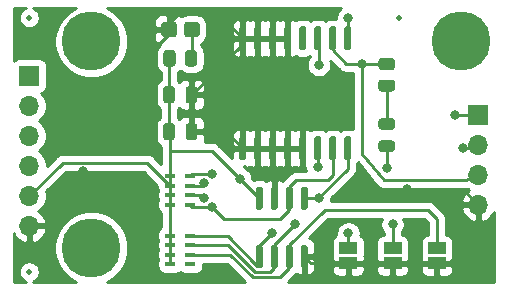
<source format=gbr>
%TF.GenerationSoftware,KiCad,Pcbnew,(5.1.10)-1*%
%TF.CreationDate,2021-10-14T15:31:21-03:00*%
%TF.ProjectId,RTC DS3231,52544320-4453-4333-9233-312e6b696361,1*%
%TF.SameCoordinates,Original*%
%TF.FileFunction,Copper,L1,Top*%
%TF.FilePolarity,Positive*%
%FSLAX46Y46*%
G04 Gerber Fmt 4.6, Leading zero omitted, Abs format (unit mm)*
G04 Created by KiCad (PCBNEW (5.1.10)-1) date 2021-10-14 15:31:21*
%MOMM*%
%LPD*%
G01*
G04 APERTURE LIST*
%TA.AperFunction,ComponentPad*%
%ADD10R,1.700000X1.700000*%
%TD*%
%TA.AperFunction,ComponentPad*%
%ADD11O,1.700000X1.700000*%
%TD*%
%TA.AperFunction,SMDPad,CuDef*%
%ADD12R,0.900000X0.400000*%
%TD*%
%TA.AperFunction,SMDPad,CuDef*%
%ADD13R,1.500000X1.000000*%
%TD*%
%TA.AperFunction,SMDPad,CuDef*%
%ADD14C,0.500000*%
%TD*%
%TA.AperFunction,ComponentPad*%
%ADD15C,2.900000*%
%TD*%
%TA.AperFunction,ConnectorPad*%
%ADD16C,5.000000*%
%TD*%
%TA.AperFunction,ViaPad*%
%ADD17C,0.800000*%
%TD*%
%TA.AperFunction,Conductor*%
%ADD18C,0.250000*%
%TD*%
%TA.AperFunction,Conductor*%
%ADD19C,0.300000*%
%TD*%
%TA.AperFunction,Conductor*%
%ADD20C,0.254000*%
%TD*%
%TA.AperFunction,Conductor*%
%ADD21C,0.100000*%
%TD*%
G04 APERTURE END LIST*
D10*
%TO.P,J102,1*%
%TO.N,/SCL*%
X140000000Y-88210000D03*
D11*
%TO.P,J102,2*%
%TO.N,/SDA*%
X140000000Y-90750000D03*
%TO.P,J102,3*%
%TO.N,VCC*%
X140000000Y-93290000D03*
%TO.P,J102,4*%
%TO.N,GND*%
X140000000Y-95830000D03*
%TD*%
D12*
%TO.P,RN102,5*%
%TO.N,VCC*%
X113922400Y-93421100D03*
%TO.P,RN102,6*%
X113922400Y-94221100D03*
%TO.P,RN102,7*%
X113922400Y-95021100D03*
%TO.P,RN102,8*%
X113922400Y-95821100D03*
%TO.P,RN102,4*%
%TO.N,/32KHZ*%
X115622400Y-93421100D03*
%TO.P,RN102,1*%
%TO.N,/SDA*%
X115622400Y-95821100D03*
%TO.P,RN102,3*%
%TO.N,/SQW*%
X115622400Y-94221100D03*
%TO.P,RN102,2*%
%TO.N,/SCL*%
X115622400Y-95021100D03*
%TD*%
D13*
%TO.P,JP103,1*%
%TO.N,GND*%
X136500000Y-100800000D03*
%TO.P,JP103,2*%
%TO.N,Net-(JP103-Pad2)*%
X136500000Y-99500000D03*
%TD*%
%TO.P,JP102,1*%
%TO.N,GND*%
X132750000Y-100800000D03*
%TO.P,JP102,2*%
%TO.N,Net-(JP102-Pad2)*%
X132750000Y-99500000D03*
%TD*%
%TO.P,JP101,1*%
%TO.N,GND*%
X129000000Y-100800000D03*
%TO.P,JP101,2*%
%TO.N,Net-(JP101-Pad2)*%
X129000000Y-99500000D03*
%TD*%
%TO.P,D101,2*%
%TO.N,Net-(D101-Pad2)*%
%TA.AperFunction,SMDPad,CuDef*%
G36*
G01*
X115092400Y-81400000D02*
X115092400Y-80600000D01*
G75*
G02*
X115342400Y-80350000I250000J0D01*
G01*
X116167400Y-80350000D01*
G75*
G02*
X116417400Y-80600000I0J-250000D01*
G01*
X116417400Y-81400000D01*
G75*
G02*
X116167400Y-81650000I-250000J0D01*
G01*
X115342400Y-81650000D01*
G75*
G02*
X115092400Y-81400000I0J250000D01*
G01*
G37*
%TD.AperFunction*%
%TO.P,D101,1*%
%TO.N,GND*%
%TA.AperFunction,SMDPad,CuDef*%
G36*
G01*
X113167400Y-81400000D02*
X113167400Y-80600000D01*
G75*
G02*
X113417400Y-80350000I250000J0D01*
G01*
X114242400Y-80350000D01*
G75*
G02*
X114492400Y-80600000I0J-250000D01*
G01*
X114492400Y-81400000D01*
G75*
G02*
X114242400Y-81650000I-250000J0D01*
G01*
X113417400Y-81650000D01*
G75*
G02*
X113167400Y-81400000I0J250000D01*
G01*
G37*
%TD.AperFunction*%
%TD*%
%TO.P,C101,2*%
%TO.N,GND*%
%TA.AperFunction,SMDPad,CuDef*%
G36*
G01*
X115222400Y-87000100D02*
X115222400Y-86050100D01*
G75*
G02*
X115472400Y-85800100I250000J0D01*
G01*
X115972400Y-85800100D01*
G75*
G02*
X116222400Y-86050100I0J-250000D01*
G01*
X116222400Y-87000100D01*
G75*
G02*
X115972400Y-87250100I-250000J0D01*
G01*
X115472400Y-87250100D01*
G75*
G02*
X115222400Y-87000100I0J250000D01*
G01*
G37*
%TD.AperFunction*%
%TO.P,C101,1*%
%TO.N,VCC*%
%TA.AperFunction,SMDPad,CuDef*%
G36*
G01*
X113322400Y-87000100D02*
X113322400Y-86050100D01*
G75*
G02*
X113572400Y-85800100I250000J0D01*
G01*
X114072400Y-85800100D01*
G75*
G02*
X114322400Y-86050100I0J-250000D01*
G01*
X114322400Y-87000100D01*
G75*
G02*
X114072400Y-87250100I-250000J0D01*
G01*
X113572400Y-87250100D01*
G75*
G02*
X113322400Y-87000100I0J250000D01*
G01*
G37*
%TD.AperFunction*%
%TD*%
%TO.P,C102,1*%
%TO.N,VCC*%
%TA.AperFunction,SMDPad,CuDef*%
G36*
G01*
X113322400Y-90124300D02*
X113322400Y-89174300D01*
G75*
G02*
X113572400Y-88924300I250000J0D01*
G01*
X114072400Y-88924300D01*
G75*
G02*
X114322400Y-89174300I0J-250000D01*
G01*
X114322400Y-90124300D01*
G75*
G02*
X114072400Y-90374300I-250000J0D01*
G01*
X113572400Y-90374300D01*
G75*
G02*
X113322400Y-90124300I0J250000D01*
G01*
G37*
%TD.AperFunction*%
%TO.P,C102,2*%
%TO.N,GND*%
%TA.AperFunction,SMDPad,CuDef*%
G36*
G01*
X115222400Y-90124300D02*
X115222400Y-89174300D01*
G75*
G02*
X115472400Y-88924300I250000J0D01*
G01*
X115972400Y-88924300D01*
G75*
G02*
X116222400Y-89174300I0J-250000D01*
G01*
X116222400Y-90124300D01*
G75*
G02*
X115972400Y-90374300I-250000J0D01*
G01*
X115472400Y-90374300D01*
G75*
G02*
X115222400Y-90124300I0J250000D01*
G01*
G37*
%TD.AperFunction*%
%TD*%
%TO.P,D102,1*%
%TO.N,/VBAT*%
%TA.AperFunction,SMDPad,CuDef*%
G36*
G01*
X132706250Y-91362500D02*
X131793750Y-91362500D01*
G75*
G02*
X131550000Y-91118750I0J243750D01*
G01*
X131550000Y-90631250D01*
G75*
G02*
X131793750Y-90387500I243750J0D01*
G01*
X132706250Y-90387500D01*
G75*
G02*
X132950000Y-90631250I0J-243750D01*
G01*
X132950000Y-91118750D01*
G75*
G02*
X132706250Y-91362500I-243750J0D01*
G01*
G37*
%TD.AperFunction*%
%TO.P,D102,2*%
%TO.N,Net-(D102-Pad2)*%
%TA.AperFunction,SMDPad,CuDef*%
G36*
G01*
X132706250Y-89487500D02*
X131793750Y-89487500D01*
G75*
G02*
X131550000Y-89243750I0J243750D01*
G01*
X131550000Y-88756250D01*
G75*
G02*
X131793750Y-88512500I243750J0D01*
G01*
X132706250Y-88512500D01*
G75*
G02*
X132950000Y-88756250I0J-243750D01*
G01*
X132950000Y-89243750D01*
G75*
G02*
X132706250Y-89487500I-243750J0D01*
G01*
G37*
%TD.AperFunction*%
%TD*%
D14*
%TO.P,FID101,*%
%TO.N,*%
X102000000Y-80000000D03*
%TD*%
%TO.P,FID102,*%
%TO.N,*%
X102000000Y-101500000D03*
%TD*%
%TO.P,FID103,*%
%TO.N,*%
X133250000Y-80000000D03*
%TD*%
D15*
%TO.P,H101,1*%
%TO.N,N/C*%
X107250000Y-82000000D03*
D16*
X107250000Y-82000000D03*
%TD*%
%TO.P,H102,1*%
%TO.N,N/C*%
X138500000Y-82000000D03*
D15*
X138500000Y-82000000D03*
%TD*%
D16*
%TO.P,H103,1*%
%TO.N,N/C*%
X107250000Y-99500000D03*
D15*
X107250000Y-99500000D03*
%TD*%
D10*
%TO.P,J101,1*%
%TO.N,/32KHZ*%
X102000000Y-84920000D03*
D11*
%TO.P,J101,2*%
%TO.N,/SQW*%
X102000000Y-87460000D03*
%TO.P,J101,3*%
%TO.N,/SCL*%
X102000000Y-90000000D03*
%TO.P,J101,4*%
%TO.N,/SDA*%
X102000000Y-92540000D03*
%TO.P,J101,5*%
%TO.N,VCC*%
X102000000Y-95080000D03*
%TO.P,J101,6*%
%TO.N,GND*%
X102000000Y-97620000D03*
%TD*%
%TO.P,R101,2*%
%TO.N,Net-(D101-Pad2)*%
%TA.AperFunction,SMDPad,CuDef*%
G36*
G01*
X115172400Y-83889001D02*
X115172400Y-82988999D01*
G75*
G02*
X115422399Y-82739000I249999J0D01*
G01*
X115947401Y-82739000D01*
G75*
G02*
X116197400Y-82988999I0J-249999D01*
G01*
X116197400Y-83889001D01*
G75*
G02*
X115947401Y-84139000I-249999J0D01*
G01*
X115422399Y-84139000D01*
G75*
G02*
X115172400Y-83889001I0J249999D01*
G01*
G37*
%TD.AperFunction*%
%TO.P,R101,1*%
%TO.N,VCC*%
%TA.AperFunction,SMDPad,CuDef*%
G36*
G01*
X113347400Y-83889001D02*
X113347400Y-82988999D01*
G75*
G02*
X113597399Y-82739000I249999J0D01*
G01*
X114122401Y-82739000D01*
G75*
G02*
X114372400Y-82988999I0J-249999D01*
G01*
X114372400Y-83889001D01*
G75*
G02*
X114122401Y-84139000I-249999J0D01*
G01*
X113597399Y-84139000D01*
G75*
G02*
X113347400Y-83889001I0J249999D01*
G01*
G37*
%TD.AperFunction*%
%TD*%
%TO.P,R102,1*%
%TO.N,VCC*%
%TA.AperFunction,SMDPad,CuDef*%
G36*
G01*
X131799999Y-83412500D02*
X132700001Y-83412500D01*
G75*
G02*
X132950000Y-83662499I0J-249999D01*
G01*
X132950000Y-84187501D01*
G75*
G02*
X132700001Y-84437500I-249999J0D01*
G01*
X131799999Y-84437500D01*
G75*
G02*
X131550000Y-84187501I0J249999D01*
G01*
X131550000Y-83662499D01*
G75*
G02*
X131799999Y-83412500I249999J0D01*
G01*
G37*
%TD.AperFunction*%
%TO.P,R102,2*%
%TO.N,Net-(D102-Pad2)*%
%TA.AperFunction,SMDPad,CuDef*%
G36*
G01*
X131799999Y-85237500D02*
X132700001Y-85237500D01*
G75*
G02*
X132950000Y-85487499I0J-249999D01*
G01*
X132950000Y-86012501D01*
G75*
G02*
X132700001Y-86262500I-249999J0D01*
G01*
X131799999Y-86262500D01*
G75*
G02*
X131550000Y-86012501I0J249999D01*
G01*
X131550000Y-85487499D01*
G75*
G02*
X131799999Y-85237500I249999J0D01*
G01*
G37*
%TD.AperFunction*%
%TD*%
D12*
%TO.P,RN101,2*%
%TO.N,Net-(JP103-Pad2)*%
X115622400Y-100050000D03*
%TO.P,RN101,3*%
%TO.N,Net-(JP102-Pad2)*%
X115622400Y-99250000D03*
%TO.P,RN101,1*%
%TO.N,Net-(RN101-Pad1)*%
X115622400Y-100850000D03*
%TO.P,RN101,4*%
%TO.N,Net-(JP101-Pad2)*%
X115622400Y-98450000D03*
%TO.P,RN101,8*%
%TO.N,VCC*%
X113922400Y-100850000D03*
%TO.P,RN101,7*%
X113922400Y-100050000D03*
%TO.P,RN101,6*%
X113922400Y-99250000D03*
%TO.P,RN101,5*%
X113922400Y-98450000D03*
%TD*%
%TO.P,U101,1*%
%TO.N,/32KHZ*%
%TA.AperFunction,SMDPad,CuDef*%
G36*
G01*
X128795000Y-80725000D02*
X129095000Y-80725000D01*
G75*
G02*
X129245000Y-80875000I0J-150000D01*
G01*
X129245000Y-82625000D01*
G75*
G02*
X129095000Y-82775000I-150000J0D01*
G01*
X128795000Y-82775000D01*
G75*
G02*
X128645000Y-82625000I0J150000D01*
G01*
X128645000Y-80875000D01*
G75*
G02*
X128795000Y-80725000I150000J0D01*
G01*
G37*
%TD.AperFunction*%
%TO.P,U101,2*%
%TO.N,VCC*%
%TA.AperFunction,SMDPad,CuDef*%
G36*
G01*
X127525000Y-80725000D02*
X127825000Y-80725000D01*
G75*
G02*
X127975000Y-80875000I0J-150000D01*
G01*
X127975000Y-82625000D01*
G75*
G02*
X127825000Y-82775000I-150000J0D01*
G01*
X127525000Y-82775000D01*
G75*
G02*
X127375000Y-82625000I0J150000D01*
G01*
X127375000Y-80875000D01*
G75*
G02*
X127525000Y-80725000I150000J0D01*
G01*
G37*
%TD.AperFunction*%
%TO.P,U101,3*%
%TO.N,/SQW*%
%TA.AperFunction,SMDPad,CuDef*%
G36*
G01*
X126255000Y-80725000D02*
X126555000Y-80725000D01*
G75*
G02*
X126705000Y-80875000I0J-150000D01*
G01*
X126705000Y-82625000D01*
G75*
G02*
X126555000Y-82775000I-150000J0D01*
G01*
X126255000Y-82775000D01*
G75*
G02*
X126105000Y-82625000I0J150000D01*
G01*
X126105000Y-80875000D01*
G75*
G02*
X126255000Y-80725000I150000J0D01*
G01*
G37*
%TD.AperFunction*%
%TO.P,U101,4*%
%TO.N,Net-(U101-Pad4)*%
%TA.AperFunction,SMDPad,CuDef*%
G36*
G01*
X124985000Y-80725000D02*
X125285000Y-80725000D01*
G75*
G02*
X125435000Y-80875000I0J-150000D01*
G01*
X125435000Y-82625000D01*
G75*
G02*
X125285000Y-82775000I-150000J0D01*
G01*
X124985000Y-82775000D01*
G75*
G02*
X124835000Y-82625000I0J150000D01*
G01*
X124835000Y-80875000D01*
G75*
G02*
X124985000Y-80725000I150000J0D01*
G01*
G37*
%TD.AperFunction*%
%TO.P,U101,5*%
%TO.N,GND*%
%TA.AperFunction,SMDPad,CuDef*%
G36*
G01*
X123715000Y-80725000D02*
X124015000Y-80725000D01*
G75*
G02*
X124165000Y-80875000I0J-150000D01*
G01*
X124165000Y-82625000D01*
G75*
G02*
X124015000Y-82775000I-150000J0D01*
G01*
X123715000Y-82775000D01*
G75*
G02*
X123565000Y-82625000I0J150000D01*
G01*
X123565000Y-80875000D01*
G75*
G02*
X123715000Y-80725000I150000J0D01*
G01*
G37*
%TD.AperFunction*%
%TO.P,U101,6*%
%TA.AperFunction,SMDPad,CuDef*%
G36*
G01*
X122445000Y-80725000D02*
X122745000Y-80725000D01*
G75*
G02*
X122895000Y-80875000I0J-150000D01*
G01*
X122895000Y-82625000D01*
G75*
G02*
X122745000Y-82775000I-150000J0D01*
G01*
X122445000Y-82775000D01*
G75*
G02*
X122295000Y-82625000I0J150000D01*
G01*
X122295000Y-80875000D01*
G75*
G02*
X122445000Y-80725000I150000J0D01*
G01*
G37*
%TD.AperFunction*%
%TO.P,U101,7*%
%TA.AperFunction,SMDPad,CuDef*%
G36*
G01*
X121175000Y-80725000D02*
X121475000Y-80725000D01*
G75*
G02*
X121625000Y-80875000I0J-150000D01*
G01*
X121625000Y-82625000D01*
G75*
G02*
X121475000Y-82775000I-150000J0D01*
G01*
X121175000Y-82775000D01*
G75*
G02*
X121025000Y-82625000I0J150000D01*
G01*
X121025000Y-80875000D01*
G75*
G02*
X121175000Y-80725000I150000J0D01*
G01*
G37*
%TD.AperFunction*%
%TO.P,U101,8*%
%TA.AperFunction,SMDPad,CuDef*%
G36*
G01*
X119905000Y-80725000D02*
X120205000Y-80725000D01*
G75*
G02*
X120355000Y-80875000I0J-150000D01*
G01*
X120355000Y-82625000D01*
G75*
G02*
X120205000Y-82775000I-150000J0D01*
G01*
X119905000Y-82775000D01*
G75*
G02*
X119755000Y-82625000I0J150000D01*
G01*
X119755000Y-80875000D01*
G75*
G02*
X119905000Y-80725000I150000J0D01*
G01*
G37*
%TD.AperFunction*%
%TO.P,U101,9*%
%TA.AperFunction,SMDPad,CuDef*%
G36*
G01*
X119905000Y-90025000D02*
X120205000Y-90025000D01*
G75*
G02*
X120355000Y-90175000I0J-150000D01*
G01*
X120355000Y-91925000D01*
G75*
G02*
X120205000Y-92075000I-150000J0D01*
G01*
X119905000Y-92075000D01*
G75*
G02*
X119755000Y-91925000I0J150000D01*
G01*
X119755000Y-90175000D01*
G75*
G02*
X119905000Y-90025000I150000J0D01*
G01*
G37*
%TD.AperFunction*%
%TO.P,U101,10*%
%TA.AperFunction,SMDPad,CuDef*%
G36*
G01*
X121175000Y-90025000D02*
X121475000Y-90025000D01*
G75*
G02*
X121625000Y-90175000I0J-150000D01*
G01*
X121625000Y-91925000D01*
G75*
G02*
X121475000Y-92075000I-150000J0D01*
G01*
X121175000Y-92075000D01*
G75*
G02*
X121025000Y-91925000I0J150000D01*
G01*
X121025000Y-90175000D01*
G75*
G02*
X121175000Y-90025000I150000J0D01*
G01*
G37*
%TD.AperFunction*%
%TO.P,U101,11*%
%TA.AperFunction,SMDPad,CuDef*%
G36*
G01*
X122445000Y-90025000D02*
X122745000Y-90025000D01*
G75*
G02*
X122895000Y-90175000I0J-150000D01*
G01*
X122895000Y-91925000D01*
G75*
G02*
X122745000Y-92075000I-150000J0D01*
G01*
X122445000Y-92075000D01*
G75*
G02*
X122295000Y-91925000I0J150000D01*
G01*
X122295000Y-90175000D01*
G75*
G02*
X122445000Y-90025000I150000J0D01*
G01*
G37*
%TD.AperFunction*%
%TO.P,U101,12*%
%TA.AperFunction,SMDPad,CuDef*%
G36*
G01*
X123715000Y-90025000D02*
X124015000Y-90025000D01*
G75*
G02*
X124165000Y-90175000I0J-150000D01*
G01*
X124165000Y-91925000D01*
G75*
G02*
X124015000Y-92075000I-150000J0D01*
G01*
X123715000Y-92075000D01*
G75*
G02*
X123565000Y-91925000I0J150000D01*
G01*
X123565000Y-90175000D01*
G75*
G02*
X123715000Y-90025000I150000J0D01*
G01*
G37*
%TD.AperFunction*%
%TO.P,U101,13*%
%TA.AperFunction,SMDPad,CuDef*%
G36*
G01*
X124985000Y-90025000D02*
X125285000Y-90025000D01*
G75*
G02*
X125435000Y-90175000I0J-150000D01*
G01*
X125435000Y-91925000D01*
G75*
G02*
X125285000Y-92075000I-150000J0D01*
G01*
X124985000Y-92075000D01*
G75*
G02*
X124835000Y-91925000I0J150000D01*
G01*
X124835000Y-90175000D01*
G75*
G02*
X124985000Y-90025000I150000J0D01*
G01*
G37*
%TD.AperFunction*%
%TO.P,U101,14*%
%TO.N,/VBAT*%
%TA.AperFunction,SMDPad,CuDef*%
G36*
G01*
X126255000Y-90025000D02*
X126555000Y-90025000D01*
G75*
G02*
X126705000Y-90175000I0J-150000D01*
G01*
X126705000Y-91925000D01*
G75*
G02*
X126555000Y-92075000I-150000J0D01*
G01*
X126255000Y-92075000D01*
G75*
G02*
X126105000Y-91925000I0J150000D01*
G01*
X126105000Y-90175000D01*
G75*
G02*
X126255000Y-90025000I150000J0D01*
G01*
G37*
%TD.AperFunction*%
%TO.P,U101,15*%
%TO.N,/SDA*%
%TA.AperFunction,SMDPad,CuDef*%
G36*
G01*
X127525000Y-90025000D02*
X127825000Y-90025000D01*
G75*
G02*
X127975000Y-90175000I0J-150000D01*
G01*
X127975000Y-91925000D01*
G75*
G02*
X127825000Y-92075000I-150000J0D01*
G01*
X127525000Y-92075000D01*
G75*
G02*
X127375000Y-91925000I0J150000D01*
G01*
X127375000Y-90175000D01*
G75*
G02*
X127525000Y-90025000I150000J0D01*
G01*
G37*
%TD.AperFunction*%
%TO.P,U101,16*%
%TO.N,/SCL*%
%TA.AperFunction,SMDPad,CuDef*%
G36*
G01*
X128795000Y-90025000D02*
X129095000Y-90025000D01*
G75*
G02*
X129245000Y-90175000I0J-150000D01*
G01*
X129245000Y-91925000D01*
G75*
G02*
X129095000Y-92075000I-150000J0D01*
G01*
X128795000Y-92075000D01*
G75*
G02*
X128645000Y-91925000I0J150000D01*
G01*
X128645000Y-90175000D01*
G75*
G02*
X128795000Y-90025000I150000J0D01*
G01*
G37*
%TD.AperFunction*%
%TD*%
%TO.P,U102,1*%
%TO.N,Net-(JP101-Pad2)*%
%TA.AperFunction,SMDPad,CuDef*%
G36*
G01*
X121610000Y-101200000D02*
X121310000Y-101200000D01*
G75*
G02*
X121160000Y-101050000I0J150000D01*
G01*
X121160000Y-99400000D01*
G75*
G02*
X121310000Y-99250000I150000J0D01*
G01*
X121610000Y-99250000D01*
G75*
G02*
X121760000Y-99400000I0J-150000D01*
G01*
X121760000Y-101050000D01*
G75*
G02*
X121610000Y-101200000I-150000J0D01*
G01*
G37*
%TD.AperFunction*%
%TO.P,U102,2*%
%TO.N,Net-(JP102-Pad2)*%
%TA.AperFunction,SMDPad,CuDef*%
G36*
G01*
X122880000Y-101200000D02*
X122580000Y-101200000D01*
G75*
G02*
X122430000Y-101050000I0J150000D01*
G01*
X122430000Y-99400000D01*
G75*
G02*
X122580000Y-99250000I150000J0D01*
G01*
X122880000Y-99250000D01*
G75*
G02*
X123030000Y-99400000I0J-150000D01*
G01*
X123030000Y-101050000D01*
G75*
G02*
X122880000Y-101200000I-150000J0D01*
G01*
G37*
%TD.AperFunction*%
%TO.P,U102,3*%
%TO.N,Net-(JP103-Pad2)*%
%TA.AperFunction,SMDPad,CuDef*%
G36*
G01*
X124150000Y-101200000D02*
X123850000Y-101200000D01*
G75*
G02*
X123700000Y-101050000I0J150000D01*
G01*
X123700000Y-99400000D01*
G75*
G02*
X123850000Y-99250000I150000J0D01*
G01*
X124150000Y-99250000D01*
G75*
G02*
X124300000Y-99400000I0J-150000D01*
G01*
X124300000Y-101050000D01*
G75*
G02*
X124150000Y-101200000I-150000J0D01*
G01*
G37*
%TD.AperFunction*%
%TO.P,U102,4*%
%TO.N,GND*%
%TA.AperFunction,SMDPad,CuDef*%
G36*
G01*
X125420000Y-101200000D02*
X125120000Y-101200000D01*
G75*
G02*
X124970000Y-101050000I0J150000D01*
G01*
X124970000Y-99400000D01*
G75*
G02*
X125120000Y-99250000I150000J0D01*
G01*
X125420000Y-99250000D01*
G75*
G02*
X125570000Y-99400000I0J-150000D01*
G01*
X125570000Y-101050000D01*
G75*
G02*
X125420000Y-101200000I-150000J0D01*
G01*
G37*
%TD.AperFunction*%
%TO.P,U102,5*%
%TO.N,/SCL*%
%TA.AperFunction,SMDPad,CuDef*%
G36*
G01*
X125420000Y-96250000D02*
X125120000Y-96250000D01*
G75*
G02*
X124970000Y-96100000I0J150000D01*
G01*
X124970000Y-94450000D01*
G75*
G02*
X125120000Y-94300000I150000J0D01*
G01*
X125420000Y-94300000D01*
G75*
G02*
X125570000Y-94450000I0J-150000D01*
G01*
X125570000Y-96100000D01*
G75*
G02*
X125420000Y-96250000I-150000J0D01*
G01*
G37*
%TD.AperFunction*%
%TO.P,U102,6*%
%TO.N,/SDA*%
%TA.AperFunction,SMDPad,CuDef*%
G36*
G01*
X124150000Y-96250000D02*
X123850000Y-96250000D01*
G75*
G02*
X123700000Y-96100000I0J150000D01*
G01*
X123700000Y-94450000D01*
G75*
G02*
X123850000Y-94300000I150000J0D01*
G01*
X124150000Y-94300000D01*
G75*
G02*
X124300000Y-94450000I0J-150000D01*
G01*
X124300000Y-96100000D01*
G75*
G02*
X124150000Y-96250000I-150000J0D01*
G01*
G37*
%TD.AperFunction*%
%TO.P,U102,7*%
%TO.N,GND*%
%TA.AperFunction,SMDPad,CuDef*%
G36*
G01*
X122880000Y-96250000D02*
X122580000Y-96250000D01*
G75*
G02*
X122430000Y-96100000I0J150000D01*
G01*
X122430000Y-94450000D01*
G75*
G02*
X122580000Y-94300000I150000J0D01*
G01*
X122880000Y-94300000D01*
G75*
G02*
X123030000Y-94450000I0J-150000D01*
G01*
X123030000Y-96100000D01*
G75*
G02*
X122880000Y-96250000I-150000J0D01*
G01*
G37*
%TD.AperFunction*%
%TO.P,U102,8*%
%TO.N,VCC*%
%TA.AperFunction,SMDPad,CuDef*%
G36*
G01*
X121610000Y-96250000D02*
X121310000Y-96250000D01*
G75*
G02*
X121160000Y-96100000I0J150000D01*
G01*
X121160000Y-94450000D01*
G75*
G02*
X121310000Y-94300000I150000J0D01*
G01*
X121610000Y-94300000D01*
G75*
G02*
X121760000Y-94450000I0J-150000D01*
G01*
X121760000Y-96100000D01*
G75*
G02*
X121610000Y-96250000I-150000J0D01*
G01*
G37*
%TD.AperFunction*%
%TD*%
D17*
%TO.N,/VBAT*%
X126405000Y-92655000D03*
X132250000Y-92750000D03*
%TO.N,GND*%
X106500000Y-93000000D03*
X106750000Y-88500000D03*
X122730000Y-93270000D03*
X134000000Y-94500000D03*
%TO.N,VCC*%
X119842500Y-93657500D03*
X130175000Y-83925000D03*
%TO.N,/32KHZ*%
X117500000Y-93250000D03*
X129000000Y-80000000D03*
%TO.N,/SQW*%
X116750000Y-94000000D03*
X126500000Y-84000000D03*
%TO.N,/SCL*%
X116750000Y-95250000D03*
X126500000Y-95250000D03*
X138000000Y-88250000D03*
%TO.N,/SDA*%
X117500000Y-96000000D03*
X138750000Y-91000000D03*
%TO.N,Net-(JP101-Pad2)*%
X122500000Y-98250000D03*
X129000000Y-98250000D03*
%TO.N,Net-(JP102-Pad2)*%
X124500000Y-97500000D03*
X132750000Y-97500000D03*
%TD*%
D18*
%TO.N,/VBAT*%
X126405000Y-91050000D02*
X126405000Y-92655000D01*
X132250000Y-90875000D02*
X132250000Y-92750000D01*
%TO.N,GND*%
X120055000Y-81750000D02*
X121325000Y-81750000D01*
X121325000Y-81750000D02*
X122595000Y-81750000D01*
X122595000Y-81750000D02*
X123865000Y-81750000D01*
X125135000Y-91050000D02*
X123865000Y-91050000D01*
X123865000Y-91050000D02*
X122595000Y-91050000D01*
X122595000Y-91050000D02*
X121325000Y-91050000D01*
X121325000Y-91050000D02*
X120055000Y-91050000D01*
X122730000Y-91185000D02*
X122595000Y-91050000D01*
X122730000Y-95275000D02*
X122730000Y-93270000D01*
X120055000Y-82192500D02*
X120055000Y-81750000D01*
X115722400Y-86525100D02*
X120055000Y-82192500D01*
X120055000Y-81750000D02*
X117805000Y-79500000D01*
X117805000Y-79500000D02*
X114750000Y-79500000D01*
X113829900Y-80420100D02*
X113829900Y-81000000D01*
X114750000Y-79500000D02*
X113829900Y-80420100D01*
X125845000Y-100800000D02*
X129000000Y-100800000D01*
X125270000Y-100225000D02*
X125845000Y-100800000D01*
X132750000Y-100800000D02*
X129000000Y-100800000D01*
X132750000Y-100800000D02*
X136500000Y-100800000D01*
X115722400Y-86525100D02*
X115722400Y-89649300D01*
X140000000Y-98300000D02*
X137500000Y-100800000D01*
X137500000Y-100800000D02*
X136500000Y-100800000D01*
X140000000Y-95830000D02*
X140000000Y-98300000D01*
X102000000Y-97620000D02*
X103880000Y-97620000D01*
X103880000Y-97620000D02*
X106500000Y-95000000D01*
X106500000Y-95000000D02*
X106500000Y-93000000D01*
X113829900Y-81420100D02*
X113829900Y-81000000D01*
X106750000Y-88500000D02*
X113829900Y-81420100D01*
X118654300Y-89649300D02*
X120055000Y-91050000D01*
X115722400Y-89649300D02*
X118654300Y-89649300D01*
X122730000Y-93270000D02*
X122730000Y-91185000D01*
X138670000Y-94500000D02*
X140000000Y-95830000D01*
X134000000Y-94500000D02*
X138670000Y-94500000D01*
%TO.N,VCC*%
X113822400Y-86525100D02*
X113822400Y-89649300D01*
X113859900Y-86487600D02*
X113822400Y-86525100D01*
X113859900Y-83439000D02*
X113859900Y-86487600D01*
X113922400Y-93421100D02*
X113922400Y-94221100D01*
X113922400Y-94221100D02*
X113922400Y-95021100D01*
X113922400Y-95821100D02*
X113922400Y-95021100D01*
X113922400Y-98450000D02*
X113922400Y-99250000D01*
X113922400Y-99250000D02*
X113922400Y-100050000D01*
X113922400Y-100850000D02*
X113922400Y-100050000D01*
X127675000Y-82775000D02*
X128825000Y-83925000D01*
X127675000Y-81750000D02*
X127675000Y-82775000D01*
X113863500Y-95080000D02*
X113922400Y-95021100D01*
X113922400Y-89749300D02*
X113822400Y-89649300D01*
X113922400Y-93421100D02*
X113922400Y-89749300D01*
X113922400Y-95821100D02*
X113922400Y-98450000D01*
X121460000Y-95275000D02*
X119842500Y-93657500D01*
X117435000Y-91250000D02*
X114000000Y-91250000D01*
X130175000Y-83925000D02*
X132250000Y-83925000D01*
X128825000Y-83925000D02*
X130175000Y-83925000D01*
X111976299Y-92274999D02*
X113922400Y-94221100D01*
X104805001Y-92274999D02*
X111976299Y-92274999D01*
X102000000Y-95080000D02*
X104805001Y-92274999D01*
X130175000Y-91498002D02*
X130175000Y-83925000D01*
X132000000Y-93750000D02*
X130175000Y-91498002D01*
X139000000Y-93750000D02*
X132000000Y-93750000D01*
X140000000Y-93290000D02*
X139000000Y-93750000D01*
X119842500Y-93657500D02*
X117435000Y-91250000D01*
%TO.N,Net-(D101-Pad2)*%
X115754900Y-83369000D02*
X115684900Y-83439000D01*
X115754900Y-81000000D02*
X115754900Y-83369000D01*
%TO.N,Net-(D102-Pad2)*%
X132250000Y-85750000D02*
X132250000Y-89000000D01*
D19*
%TO.N,/32KHZ*%
X129000000Y-81805000D02*
X128945000Y-81750000D01*
D18*
X115793500Y-93250000D02*
X115622400Y-93421100D01*
X117500000Y-93250000D02*
X115793500Y-93250000D01*
X129000000Y-81695000D02*
X128945000Y-81750000D01*
X129000000Y-80000000D02*
X129000000Y-81695000D01*
%TO.N,/SQW*%
X115651300Y-94250000D02*
X115622400Y-94221100D01*
X116750000Y-94250000D02*
X115651300Y-94250000D01*
X116750000Y-94000000D02*
X116750000Y-94250000D01*
X126500000Y-81655000D02*
X126405000Y-81750000D01*
X126500000Y-84000000D02*
X126500000Y-81655000D01*
%TO.N,/SCL*%
X115643500Y-95000000D02*
X115622400Y-95021100D01*
X116750000Y-95000000D02*
X115643500Y-95000000D01*
X116750000Y-95250000D02*
X116750000Y-95000000D01*
X125270000Y-95275000D02*
X126475000Y-95275000D01*
X128945000Y-92805000D02*
X128945000Y-91050000D01*
X126475000Y-95275000D02*
X128945000Y-92805000D01*
X139960000Y-88250000D02*
X140000000Y-88210000D01*
X138000000Y-88250000D02*
X139960000Y-88250000D01*
%TO.N,/SDA*%
X115622400Y-95821100D02*
X115801300Y-96000000D01*
X115801300Y-96000000D02*
X117500000Y-96000000D01*
X124000000Y-94300000D02*
X124550000Y-93750000D01*
X124000000Y-95275000D02*
X124000000Y-94300000D01*
X124550000Y-93750000D02*
X127250000Y-93750000D01*
X127675000Y-93325000D02*
X127675000Y-91050000D01*
X127250000Y-93750000D02*
X127675000Y-93325000D01*
X124000000Y-96250000D02*
X123250000Y-97000000D01*
X124000000Y-95275000D02*
X124000000Y-96250000D01*
X118500000Y-97000000D02*
X117500000Y-96000000D01*
X123250000Y-97000000D02*
X118500000Y-97000000D01*
X139750000Y-91000000D02*
X140000000Y-90750000D01*
X138750000Y-91000000D02*
X139750000Y-91000000D01*
%TO.N,Net-(JP101-Pad2)*%
X118800000Y-98450000D02*
X121000000Y-100750000D01*
X115622400Y-98450000D02*
X118800000Y-98450000D01*
X121000000Y-100750000D02*
X121250000Y-101000000D01*
X121460000Y-100790000D02*
X121460000Y-100225000D01*
X121250000Y-101000000D02*
X121460000Y-100790000D01*
X121460000Y-99290000D02*
X122500000Y-98250000D01*
X121460000Y-100225000D02*
X121460000Y-99290000D01*
X129000000Y-98250000D02*
X129000000Y-99500000D01*
%TO.N,Net-(JP102-Pad2)*%
X122730000Y-101200000D02*
X122730000Y-100225000D01*
X122404990Y-101525010D02*
X122730000Y-101200000D01*
X121113242Y-101525010D02*
X122404990Y-101525010D01*
X118838232Y-99250000D02*
X121113242Y-101525010D01*
X115622400Y-99250000D02*
X118838232Y-99250000D01*
X122730000Y-100225000D02*
X122730000Y-99270000D01*
X122730000Y-99270000D02*
X124500000Y-97500000D01*
X132750000Y-97500000D02*
X132750000Y-99500000D01*
%TO.N,Net-(JP103-Pad2)*%
X124000000Y-101200000D02*
X124000000Y-100225000D01*
X123224980Y-101975020D02*
X124000000Y-101200000D01*
X120926842Y-101975020D02*
X123224980Y-101975020D01*
X119001822Y-100050000D02*
X120926842Y-101975020D01*
X115622400Y-100050000D02*
X119001822Y-100050000D01*
X124000000Y-99250000D02*
X127000000Y-96250000D01*
X124000000Y-100225000D02*
X124000000Y-99250000D01*
X127000000Y-96250000D02*
X135750000Y-96250000D01*
X135750000Y-96250000D02*
X136500000Y-97000000D01*
X136500000Y-97000000D02*
X136500000Y-99500000D01*
%TD*%
D20*
%TO.N,GND*%
X112834328Y-94207830D02*
X112834328Y-94421100D01*
X112846588Y-94545582D01*
X112869496Y-94621100D01*
X112846588Y-94696618D01*
X112834328Y-94821100D01*
X112834328Y-95221100D01*
X112846588Y-95345582D01*
X112869496Y-95421100D01*
X112846588Y-95496618D01*
X112834328Y-95621100D01*
X112834328Y-96021100D01*
X112846588Y-96145582D01*
X112882898Y-96265280D01*
X112941863Y-96375594D01*
X113021215Y-96472285D01*
X113117906Y-96551637D01*
X113162400Y-96575420D01*
X113162401Y-97695680D01*
X113117906Y-97719463D01*
X113021215Y-97798815D01*
X112941863Y-97895506D01*
X112882898Y-98005820D01*
X112846588Y-98125518D01*
X112834328Y-98250000D01*
X112834328Y-98650000D01*
X112846588Y-98774482D01*
X112869496Y-98850000D01*
X112846588Y-98925518D01*
X112834328Y-99050000D01*
X112834328Y-99450000D01*
X112846588Y-99574482D01*
X112869496Y-99650000D01*
X112846588Y-99725518D01*
X112834328Y-99850000D01*
X112834328Y-100250000D01*
X112846588Y-100374482D01*
X112869496Y-100450000D01*
X112846588Y-100525518D01*
X112834328Y-100650000D01*
X112834328Y-101050000D01*
X112846588Y-101174482D01*
X112882898Y-101294180D01*
X112941863Y-101404494D01*
X113021215Y-101501185D01*
X113117906Y-101580537D01*
X113228220Y-101639502D01*
X113347918Y-101675812D01*
X113472400Y-101688072D01*
X114372400Y-101688072D01*
X114496882Y-101675812D01*
X114616580Y-101639502D01*
X114726894Y-101580537D01*
X114772400Y-101543191D01*
X114817906Y-101580537D01*
X114928220Y-101639502D01*
X115047918Y-101675812D01*
X115172400Y-101688072D01*
X116072400Y-101688072D01*
X116196882Y-101675812D01*
X116316580Y-101639502D01*
X116426894Y-101580537D01*
X116523585Y-101501185D01*
X116602937Y-101404494D01*
X116661902Y-101294180D01*
X116698212Y-101174482D01*
X116710472Y-101050000D01*
X116710472Y-100810000D01*
X118687021Y-100810000D01*
X120217019Y-102340000D01*
X108585783Y-102340000D01*
X108734979Y-102278201D01*
X109248446Y-101935114D01*
X109685114Y-101498446D01*
X110028201Y-100984979D01*
X110264524Y-100414446D01*
X110385000Y-99808771D01*
X110385000Y-99191229D01*
X110264524Y-98585554D01*
X110028201Y-98015021D01*
X109685114Y-97501554D01*
X109248446Y-97064886D01*
X108734979Y-96721799D01*
X108164446Y-96485476D01*
X107558771Y-96365000D01*
X106941229Y-96365000D01*
X106335554Y-96485476D01*
X105765021Y-96721799D01*
X105251554Y-97064886D01*
X104814886Y-97501554D01*
X104471799Y-98015021D01*
X104235476Y-98585554D01*
X104115000Y-99191229D01*
X104115000Y-99808771D01*
X104235476Y-100414446D01*
X104471799Y-100984979D01*
X104814886Y-101498446D01*
X105251554Y-101935114D01*
X105765021Y-102278201D01*
X105914217Y-102340000D01*
X102284677Y-102340000D01*
X102419205Y-102284277D01*
X102564155Y-102187424D01*
X102687424Y-102064155D01*
X102784277Y-101919205D01*
X102850990Y-101758145D01*
X102885000Y-101587165D01*
X102885000Y-101412835D01*
X102850990Y-101241855D01*
X102784277Y-101080795D01*
X102687424Y-100935845D01*
X102564155Y-100812576D01*
X102419205Y-100715723D01*
X102258145Y-100649010D01*
X102087165Y-100615000D01*
X101912835Y-100615000D01*
X101741855Y-100649010D01*
X101580795Y-100715723D01*
X101435845Y-100812576D01*
X101312576Y-100935845D01*
X101215723Y-101080795D01*
X101149010Y-101241855D01*
X101115000Y-101412835D01*
X101115000Y-101587165D01*
X101149010Y-101758145D01*
X101215723Y-101919205D01*
X101312576Y-102064155D01*
X101435845Y-102187424D01*
X101580795Y-102284277D01*
X101715323Y-102340000D01*
X100660000Y-102340000D01*
X100660000Y-98243402D01*
X100728359Y-98386920D01*
X100902412Y-98620269D01*
X101118645Y-98815178D01*
X101368748Y-98964157D01*
X101643109Y-99061481D01*
X101873000Y-98940814D01*
X101873000Y-97747000D01*
X102127000Y-97747000D01*
X102127000Y-98940814D01*
X102356891Y-99061481D01*
X102631252Y-98964157D01*
X102881355Y-98815178D01*
X103097588Y-98620269D01*
X103271641Y-98386920D01*
X103396825Y-98124099D01*
X103441476Y-97976890D01*
X103320155Y-97747000D01*
X102127000Y-97747000D01*
X101873000Y-97747000D01*
X101853000Y-97747000D01*
X101853000Y-97493000D01*
X101873000Y-97493000D01*
X101873000Y-97473000D01*
X102127000Y-97473000D01*
X102127000Y-97493000D01*
X103320155Y-97493000D01*
X103441476Y-97263110D01*
X103396825Y-97115901D01*
X103271641Y-96853080D01*
X103097588Y-96619731D01*
X102881355Y-96424822D01*
X102764466Y-96355195D01*
X102946632Y-96233475D01*
X103153475Y-96026632D01*
X103315990Y-95783411D01*
X103427932Y-95513158D01*
X103485000Y-95226260D01*
X103485000Y-94933740D01*
X103441210Y-94713592D01*
X105119804Y-93034999D01*
X111661498Y-93034999D01*
X112834328Y-94207830D01*
%TA.AperFunction,Conductor*%
D21*
G36*
X112834328Y-94207830D02*
G01*
X112834328Y-94421100D01*
X112846588Y-94545582D01*
X112869496Y-94621100D01*
X112846588Y-94696618D01*
X112834328Y-94821100D01*
X112834328Y-95221100D01*
X112846588Y-95345582D01*
X112869496Y-95421100D01*
X112846588Y-95496618D01*
X112834328Y-95621100D01*
X112834328Y-96021100D01*
X112846588Y-96145582D01*
X112882898Y-96265280D01*
X112941863Y-96375594D01*
X113021215Y-96472285D01*
X113117906Y-96551637D01*
X113162400Y-96575420D01*
X113162401Y-97695680D01*
X113117906Y-97719463D01*
X113021215Y-97798815D01*
X112941863Y-97895506D01*
X112882898Y-98005820D01*
X112846588Y-98125518D01*
X112834328Y-98250000D01*
X112834328Y-98650000D01*
X112846588Y-98774482D01*
X112869496Y-98850000D01*
X112846588Y-98925518D01*
X112834328Y-99050000D01*
X112834328Y-99450000D01*
X112846588Y-99574482D01*
X112869496Y-99650000D01*
X112846588Y-99725518D01*
X112834328Y-99850000D01*
X112834328Y-100250000D01*
X112846588Y-100374482D01*
X112869496Y-100450000D01*
X112846588Y-100525518D01*
X112834328Y-100650000D01*
X112834328Y-101050000D01*
X112846588Y-101174482D01*
X112882898Y-101294180D01*
X112941863Y-101404494D01*
X113021215Y-101501185D01*
X113117906Y-101580537D01*
X113228220Y-101639502D01*
X113347918Y-101675812D01*
X113472400Y-101688072D01*
X114372400Y-101688072D01*
X114496882Y-101675812D01*
X114616580Y-101639502D01*
X114726894Y-101580537D01*
X114772400Y-101543191D01*
X114817906Y-101580537D01*
X114928220Y-101639502D01*
X115047918Y-101675812D01*
X115172400Y-101688072D01*
X116072400Y-101688072D01*
X116196882Y-101675812D01*
X116316580Y-101639502D01*
X116426894Y-101580537D01*
X116523585Y-101501185D01*
X116602937Y-101404494D01*
X116661902Y-101294180D01*
X116698212Y-101174482D01*
X116710472Y-101050000D01*
X116710472Y-100810000D01*
X118687021Y-100810000D01*
X120217019Y-102340000D01*
X108585783Y-102340000D01*
X108734979Y-102278201D01*
X109248446Y-101935114D01*
X109685114Y-101498446D01*
X110028201Y-100984979D01*
X110264524Y-100414446D01*
X110385000Y-99808771D01*
X110385000Y-99191229D01*
X110264524Y-98585554D01*
X110028201Y-98015021D01*
X109685114Y-97501554D01*
X109248446Y-97064886D01*
X108734979Y-96721799D01*
X108164446Y-96485476D01*
X107558771Y-96365000D01*
X106941229Y-96365000D01*
X106335554Y-96485476D01*
X105765021Y-96721799D01*
X105251554Y-97064886D01*
X104814886Y-97501554D01*
X104471799Y-98015021D01*
X104235476Y-98585554D01*
X104115000Y-99191229D01*
X104115000Y-99808771D01*
X104235476Y-100414446D01*
X104471799Y-100984979D01*
X104814886Y-101498446D01*
X105251554Y-101935114D01*
X105765021Y-102278201D01*
X105914217Y-102340000D01*
X102284677Y-102340000D01*
X102419205Y-102284277D01*
X102564155Y-102187424D01*
X102687424Y-102064155D01*
X102784277Y-101919205D01*
X102850990Y-101758145D01*
X102885000Y-101587165D01*
X102885000Y-101412835D01*
X102850990Y-101241855D01*
X102784277Y-101080795D01*
X102687424Y-100935845D01*
X102564155Y-100812576D01*
X102419205Y-100715723D01*
X102258145Y-100649010D01*
X102087165Y-100615000D01*
X101912835Y-100615000D01*
X101741855Y-100649010D01*
X101580795Y-100715723D01*
X101435845Y-100812576D01*
X101312576Y-100935845D01*
X101215723Y-101080795D01*
X101149010Y-101241855D01*
X101115000Y-101412835D01*
X101115000Y-101587165D01*
X101149010Y-101758145D01*
X101215723Y-101919205D01*
X101312576Y-102064155D01*
X101435845Y-102187424D01*
X101580795Y-102284277D01*
X101715323Y-102340000D01*
X100660000Y-102340000D01*
X100660000Y-98243402D01*
X100728359Y-98386920D01*
X100902412Y-98620269D01*
X101118645Y-98815178D01*
X101368748Y-98964157D01*
X101643109Y-99061481D01*
X101873000Y-98940814D01*
X101873000Y-97747000D01*
X102127000Y-97747000D01*
X102127000Y-98940814D01*
X102356891Y-99061481D01*
X102631252Y-98964157D01*
X102881355Y-98815178D01*
X103097588Y-98620269D01*
X103271641Y-98386920D01*
X103396825Y-98124099D01*
X103441476Y-97976890D01*
X103320155Y-97747000D01*
X102127000Y-97747000D01*
X101873000Y-97747000D01*
X101853000Y-97747000D01*
X101853000Y-97493000D01*
X101873000Y-97493000D01*
X101873000Y-97473000D01*
X102127000Y-97473000D01*
X102127000Y-97493000D01*
X103320155Y-97493000D01*
X103441476Y-97263110D01*
X103396825Y-97115901D01*
X103271641Y-96853080D01*
X103097588Y-96619731D01*
X102881355Y-96424822D01*
X102764466Y-96355195D01*
X102946632Y-96233475D01*
X103153475Y-96026632D01*
X103315990Y-95783411D01*
X103427932Y-95513158D01*
X103485000Y-95226260D01*
X103485000Y-94933740D01*
X103441210Y-94713592D01*
X105119804Y-93034999D01*
X111661498Y-93034999D01*
X112834328Y-94207830D01*
G37*
%TD.AperFunction*%
D20*
X131363910Y-94172189D02*
X131365026Y-94174276D01*
X131410959Y-94230245D01*
X131433049Y-94257504D01*
X131434707Y-94259183D01*
X131459999Y-94290001D01*
X131487180Y-94312308D01*
X131511890Y-94337325D01*
X131544905Y-94359681D01*
X131575724Y-94384974D01*
X131606732Y-94401548D01*
X131635850Y-94421266D01*
X131672589Y-94436750D01*
X131707753Y-94455546D01*
X131741409Y-94465755D01*
X131773805Y-94479409D01*
X131812854Y-94487427D01*
X131851014Y-94499003D01*
X131886013Y-94502450D01*
X131920452Y-94509522D01*
X131960315Y-94509768D01*
X131962667Y-94510000D01*
X131997813Y-94510000D01*
X132070156Y-94510447D01*
X132072478Y-94510000D01*
X138977300Y-94510000D01*
X139029348Y-94513113D01*
X139089032Y-94504908D01*
X139138079Y-94500077D01*
X139235534Y-94565195D01*
X139118645Y-94634822D01*
X138902412Y-94829731D01*
X138728359Y-95063080D01*
X138603175Y-95325901D01*
X138558524Y-95473110D01*
X138679845Y-95703000D01*
X139873000Y-95703000D01*
X139873000Y-95683000D01*
X140127000Y-95683000D01*
X140127000Y-95703000D01*
X140147000Y-95703000D01*
X140147000Y-95957000D01*
X140127000Y-95957000D01*
X140127000Y-97150814D01*
X140356891Y-97271481D01*
X140631252Y-97174157D01*
X140881355Y-97025178D01*
X141097588Y-96830269D01*
X141271641Y-96596920D01*
X141340001Y-96453400D01*
X141340001Y-102340000D01*
X123934801Y-102340000D01*
X124511004Y-101763798D01*
X124540001Y-101740001D01*
X124553420Y-101723650D01*
X124585936Y-101706270D01*
X124615506Y-101730537D01*
X124725820Y-101789502D01*
X124845518Y-101825812D01*
X124970000Y-101838072D01*
X124984250Y-101835000D01*
X125143000Y-101676250D01*
X125143000Y-100352000D01*
X125397000Y-100352000D01*
X125397000Y-101676250D01*
X125555750Y-101835000D01*
X125570000Y-101838072D01*
X125694482Y-101825812D01*
X125814180Y-101789502D01*
X125924494Y-101730537D01*
X126021185Y-101651185D01*
X126100537Y-101554494D01*
X126159502Y-101444180D01*
X126195812Y-101324482D01*
X126198223Y-101300000D01*
X127611928Y-101300000D01*
X127624188Y-101424482D01*
X127660498Y-101544180D01*
X127719463Y-101654494D01*
X127798815Y-101751185D01*
X127895506Y-101830537D01*
X128005820Y-101889502D01*
X128125518Y-101925812D01*
X128250000Y-101938072D01*
X128714250Y-101935000D01*
X128873000Y-101776250D01*
X128873000Y-100927000D01*
X129127000Y-100927000D01*
X129127000Y-101776250D01*
X129285750Y-101935000D01*
X129750000Y-101938072D01*
X129874482Y-101925812D01*
X129994180Y-101889502D01*
X130104494Y-101830537D01*
X130201185Y-101751185D01*
X130280537Y-101654494D01*
X130339502Y-101544180D01*
X130375812Y-101424482D01*
X130388072Y-101300000D01*
X131361928Y-101300000D01*
X131374188Y-101424482D01*
X131410498Y-101544180D01*
X131469463Y-101654494D01*
X131548815Y-101751185D01*
X131645506Y-101830537D01*
X131755820Y-101889502D01*
X131875518Y-101925812D01*
X132000000Y-101938072D01*
X132464250Y-101935000D01*
X132623000Y-101776250D01*
X132623000Y-100927000D01*
X132877000Y-100927000D01*
X132877000Y-101776250D01*
X133035750Y-101935000D01*
X133500000Y-101938072D01*
X133624482Y-101925812D01*
X133744180Y-101889502D01*
X133854494Y-101830537D01*
X133951185Y-101751185D01*
X134030537Y-101654494D01*
X134089502Y-101544180D01*
X134125812Y-101424482D01*
X134138072Y-101300000D01*
X135111928Y-101300000D01*
X135124188Y-101424482D01*
X135160498Y-101544180D01*
X135219463Y-101654494D01*
X135298815Y-101751185D01*
X135395506Y-101830537D01*
X135505820Y-101889502D01*
X135625518Y-101925812D01*
X135750000Y-101938072D01*
X136214250Y-101935000D01*
X136373000Y-101776250D01*
X136373000Y-100927000D01*
X136627000Y-100927000D01*
X136627000Y-101776250D01*
X136785750Y-101935000D01*
X137250000Y-101938072D01*
X137374482Y-101925812D01*
X137494180Y-101889502D01*
X137604494Y-101830537D01*
X137701185Y-101751185D01*
X137780537Y-101654494D01*
X137839502Y-101544180D01*
X137875812Y-101424482D01*
X137888072Y-101300000D01*
X137885000Y-101085750D01*
X137726250Y-100927000D01*
X136627000Y-100927000D01*
X136373000Y-100927000D01*
X135273750Y-100927000D01*
X135115000Y-101085750D01*
X135111928Y-101300000D01*
X134138072Y-101300000D01*
X134135000Y-101085750D01*
X133976250Y-100927000D01*
X132877000Y-100927000D01*
X132623000Y-100927000D01*
X131523750Y-100927000D01*
X131365000Y-101085750D01*
X131361928Y-101300000D01*
X130388072Y-101300000D01*
X130385000Y-101085750D01*
X130226250Y-100927000D01*
X129127000Y-100927000D01*
X128873000Y-100927000D01*
X127773750Y-100927000D01*
X127615000Y-101085750D01*
X127611928Y-101300000D01*
X126198223Y-101300000D01*
X126208072Y-101200000D01*
X126205000Y-100510750D01*
X126046250Y-100352000D01*
X125397000Y-100352000D01*
X125143000Y-100352000D01*
X125123000Y-100352000D01*
X125123000Y-100098000D01*
X125143000Y-100098000D01*
X125143000Y-100078000D01*
X125397000Y-100078000D01*
X125397000Y-100098000D01*
X126046250Y-100098000D01*
X126205000Y-99939250D01*
X126208072Y-99250000D01*
X126195812Y-99125518D01*
X126159502Y-99005820D01*
X126156392Y-99000000D01*
X127611928Y-99000000D01*
X127611928Y-100000000D01*
X127624188Y-100124482D01*
X127631929Y-100150000D01*
X127624188Y-100175518D01*
X127611928Y-100300000D01*
X127615000Y-100514250D01*
X127773750Y-100673000D01*
X128873000Y-100673000D01*
X128873000Y-100653000D01*
X129127000Y-100653000D01*
X129127000Y-100673000D01*
X130226250Y-100673000D01*
X130385000Y-100514250D01*
X130388072Y-100300000D01*
X130375812Y-100175518D01*
X130368071Y-100150000D01*
X130375812Y-100124482D01*
X130388072Y-100000000D01*
X130388072Y-99000000D01*
X130375812Y-98875518D01*
X130339502Y-98755820D01*
X130280537Y-98645506D01*
X130201185Y-98548815D01*
X130104494Y-98469463D01*
X130020548Y-98424592D01*
X130035000Y-98351939D01*
X130035000Y-98148061D01*
X129995226Y-97948102D01*
X129917205Y-97759744D01*
X129803937Y-97590226D01*
X129659774Y-97446063D01*
X129490256Y-97332795D01*
X129301898Y-97254774D01*
X129101939Y-97215000D01*
X128898061Y-97215000D01*
X128698102Y-97254774D01*
X128509744Y-97332795D01*
X128340226Y-97446063D01*
X128196063Y-97590226D01*
X128082795Y-97759744D01*
X128004774Y-97948102D01*
X127965000Y-98148061D01*
X127965000Y-98351939D01*
X127979452Y-98424592D01*
X127895506Y-98469463D01*
X127798815Y-98548815D01*
X127719463Y-98645506D01*
X127660498Y-98755820D01*
X127624188Y-98875518D01*
X127611928Y-99000000D01*
X126156392Y-99000000D01*
X126100537Y-98895506D01*
X126021185Y-98798815D01*
X125924494Y-98719463D01*
X125814180Y-98660498D01*
X125699186Y-98625615D01*
X127314802Y-97010000D01*
X131832689Y-97010000D01*
X131754774Y-97198102D01*
X131715000Y-97398061D01*
X131715000Y-97601939D01*
X131754774Y-97801898D01*
X131832795Y-97990256D01*
X131946063Y-98159774D01*
X131990000Y-98203711D01*
X131990000Y-98362913D01*
X131875518Y-98374188D01*
X131755820Y-98410498D01*
X131645506Y-98469463D01*
X131548815Y-98548815D01*
X131469463Y-98645506D01*
X131410498Y-98755820D01*
X131374188Y-98875518D01*
X131361928Y-99000000D01*
X131361928Y-100000000D01*
X131374188Y-100124482D01*
X131381929Y-100150000D01*
X131374188Y-100175518D01*
X131361928Y-100300000D01*
X131365000Y-100514250D01*
X131523750Y-100673000D01*
X132623000Y-100673000D01*
X132623000Y-100653000D01*
X132877000Y-100653000D01*
X132877000Y-100673000D01*
X133976250Y-100673000D01*
X134135000Y-100514250D01*
X134138072Y-100300000D01*
X134125812Y-100175518D01*
X134118071Y-100150000D01*
X134125812Y-100124482D01*
X134138072Y-100000000D01*
X134138072Y-99000000D01*
X134125812Y-98875518D01*
X134089502Y-98755820D01*
X134030537Y-98645506D01*
X133951185Y-98548815D01*
X133854494Y-98469463D01*
X133744180Y-98410498D01*
X133624482Y-98374188D01*
X133510000Y-98362913D01*
X133510000Y-98203711D01*
X133553937Y-98159774D01*
X133667205Y-97990256D01*
X133745226Y-97801898D01*
X133785000Y-97601939D01*
X133785000Y-97398061D01*
X133745226Y-97198102D01*
X133667311Y-97010000D01*
X135435199Y-97010000D01*
X135740000Y-97314802D01*
X135740001Y-98362913D01*
X135625518Y-98374188D01*
X135505820Y-98410498D01*
X135395506Y-98469463D01*
X135298815Y-98548815D01*
X135219463Y-98645506D01*
X135160498Y-98755820D01*
X135124188Y-98875518D01*
X135111928Y-99000000D01*
X135111928Y-100000000D01*
X135124188Y-100124482D01*
X135131929Y-100150000D01*
X135124188Y-100175518D01*
X135111928Y-100300000D01*
X135115000Y-100514250D01*
X135273750Y-100673000D01*
X136373000Y-100673000D01*
X136373000Y-100653000D01*
X136627000Y-100653000D01*
X136627000Y-100673000D01*
X137726250Y-100673000D01*
X137885000Y-100514250D01*
X137888072Y-100300000D01*
X137875812Y-100175518D01*
X137868071Y-100150000D01*
X137875812Y-100124482D01*
X137888072Y-100000000D01*
X137888072Y-99000000D01*
X137875812Y-98875518D01*
X137839502Y-98755820D01*
X137780537Y-98645506D01*
X137701185Y-98548815D01*
X137604494Y-98469463D01*
X137494180Y-98410498D01*
X137374482Y-98374188D01*
X137260000Y-98362913D01*
X137260000Y-97037322D01*
X137263676Y-96999999D01*
X137260000Y-96962676D01*
X137260000Y-96962667D01*
X137249003Y-96851014D01*
X137205546Y-96707753D01*
X137134974Y-96575724D01*
X137040001Y-96459999D01*
X137011004Y-96436202D01*
X136761692Y-96186890D01*
X138558524Y-96186890D01*
X138603175Y-96334099D01*
X138728359Y-96596920D01*
X138902412Y-96830269D01*
X139118645Y-97025178D01*
X139368748Y-97174157D01*
X139643109Y-97271481D01*
X139873000Y-97150814D01*
X139873000Y-95957000D01*
X138679845Y-95957000D01*
X138558524Y-96186890D01*
X136761692Y-96186890D01*
X136313803Y-95739002D01*
X136290001Y-95709999D01*
X136174276Y-95615026D01*
X136042247Y-95544454D01*
X135898986Y-95500997D01*
X135787333Y-95490000D01*
X135787322Y-95490000D01*
X135750000Y-95486324D01*
X135712678Y-95490000D01*
X127507538Y-95490000D01*
X127535000Y-95351939D01*
X127535000Y-95289801D01*
X129456009Y-93368794D01*
X129485001Y-93345001D01*
X129508795Y-93316008D01*
X129508799Y-93316004D01*
X129579973Y-93229277D01*
X129579974Y-93229276D01*
X129650546Y-93097247D01*
X129694003Y-92953986D01*
X129705000Y-92842333D01*
X129705000Y-92842324D01*
X129708676Y-92805001D01*
X129705000Y-92767678D01*
X129705000Y-92417976D01*
X129750258Y-92362829D01*
X129808826Y-92253257D01*
X131363910Y-94172189D01*
%TA.AperFunction,Conductor*%
D21*
G36*
X131363910Y-94172189D02*
G01*
X131365026Y-94174276D01*
X131410959Y-94230245D01*
X131433049Y-94257504D01*
X131434707Y-94259183D01*
X131459999Y-94290001D01*
X131487180Y-94312308D01*
X131511890Y-94337325D01*
X131544905Y-94359681D01*
X131575724Y-94384974D01*
X131606732Y-94401548D01*
X131635850Y-94421266D01*
X131672589Y-94436750D01*
X131707753Y-94455546D01*
X131741409Y-94465755D01*
X131773805Y-94479409D01*
X131812854Y-94487427D01*
X131851014Y-94499003D01*
X131886013Y-94502450D01*
X131920452Y-94509522D01*
X131960315Y-94509768D01*
X131962667Y-94510000D01*
X131997813Y-94510000D01*
X132070156Y-94510447D01*
X132072478Y-94510000D01*
X138977300Y-94510000D01*
X139029348Y-94513113D01*
X139089032Y-94504908D01*
X139138079Y-94500077D01*
X139235534Y-94565195D01*
X139118645Y-94634822D01*
X138902412Y-94829731D01*
X138728359Y-95063080D01*
X138603175Y-95325901D01*
X138558524Y-95473110D01*
X138679845Y-95703000D01*
X139873000Y-95703000D01*
X139873000Y-95683000D01*
X140127000Y-95683000D01*
X140127000Y-95703000D01*
X140147000Y-95703000D01*
X140147000Y-95957000D01*
X140127000Y-95957000D01*
X140127000Y-97150814D01*
X140356891Y-97271481D01*
X140631252Y-97174157D01*
X140881355Y-97025178D01*
X141097588Y-96830269D01*
X141271641Y-96596920D01*
X141340001Y-96453400D01*
X141340001Y-102340000D01*
X123934801Y-102340000D01*
X124511004Y-101763798D01*
X124540001Y-101740001D01*
X124553420Y-101723650D01*
X124585936Y-101706270D01*
X124615506Y-101730537D01*
X124725820Y-101789502D01*
X124845518Y-101825812D01*
X124970000Y-101838072D01*
X124984250Y-101835000D01*
X125143000Y-101676250D01*
X125143000Y-100352000D01*
X125397000Y-100352000D01*
X125397000Y-101676250D01*
X125555750Y-101835000D01*
X125570000Y-101838072D01*
X125694482Y-101825812D01*
X125814180Y-101789502D01*
X125924494Y-101730537D01*
X126021185Y-101651185D01*
X126100537Y-101554494D01*
X126159502Y-101444180D01*
X126195812Y-101324482D01*
X126198223Y-101300000D01*
X127611928Y-101300000D01*
X127624188Y-101424482D01*
X127660498Y-101544180D01*
X127719463Y-101654494D01*
X127798815Y-101751185D01*
X127895506Y-101830537D01*
X128005820Y-101889502D01*
X128125518Y-101925812D01*
X128250000Y-101938072D01*
X128714250Y-101935000D01*
X128873000Y-101776250D01*
X128873000Y-100927000D01*
X129127000Y-100927000D01*
X129127000Y-101776250D01*
X129285750Y-101935000D01*
X129750000Y-101938072D01*
X129874482Y-101925812D01*
X129994180Y-101889502D01*
X130104494Y-101830537D01*
X130201185Y-101751185D01*
X130280537Y-101654494D01*
X130339502Y-101544180D01*
X130375812Y-101424482D01*
X130388072Y-101300000D01*
X131361928Y-101300000D01*
X131374188Y-101424482D01*
X131410498Y-101544180D01*
X131469463Y-101654494D01*
X131548815Y-101751185D01*
X131645506Y-101830537D01*
X131755820Y-101889502D01*
X131875518Y-101925812D01*
X132000000Y-101938072D01*
X132464250Y-101935000D01*
X132623000Y-101776250D01*
X132623000Y-100927000D01*
X132877000Y-100927000D01*
X132877000Y-101776250D01*
X133035750Y-101935000D01*
X133500000Y-101938072D01*
X133624482Y-101925812D01*
X133744180Y-101889502D01*
X133854494Y-101830537D01*
X133951185Y-101751185D01*
X134030537Y-101654494D01*
X134089502Y-101544180D01*
X134125812Y-101424482D01*
X134138072Y-101300000D01*
X135111928Y-101300000D01*
X135124188Y-101424482D01*
X135160498Y-101544180D01*
X135219463Y-101654494D01*
X135298815Y-101751185D01*
X135395506Y-101830537D01*
X135505820Y-101889502D01*
X135625518Y-101925812D01*
X135750000Y-101938072D01*
X136214250Y-101935000D01*
X136373000Y-101776250D01*
X136373000Y-100927000D01*
X136627000Y-100927000D01*
X136627000Y-101776250D01*
X136785750Y-101935000D01*
X137250000Y-101938072D01*
X137374482Y-101925812D01*
X137494180Y-101889502D01*
X137604494Y-101830537D01*
X137701185Y-101751185D01*
X137780537Y-101654494D01*
X137839502Y-101544180D01*
X137875812Y-101424482D01*
X137888072Y-101300000D01*
X137885000Y-101085750D01*
X137726250Y-100927000D01*
X136627000Y-100927000D01*
X136373000Y-100927000D01*
X135273750Y-100927000D01*
X135115000Y-101085750D01*
X135111928Y-101300000D01*
X134138072Y-101300000D01*
X134135000Y-101085750D01*
X133976250Y-100927000D01*
X132877000Y-100927000D01*
X132623000Y-100927000D01*
X131523750Y-100927000D01*
X131365000Y-101085750D01*
X131361928Y-101300000D01*
X130388072Y-101300000D01*
X130385000Y-101085750D01*
X130226250Y-100927000D01*
X129127000Y-100927000D01*
X128873000Y-100927000D01*
X127773750Y-100927000D01*
X127615000Y-101085750D01*
X127611928Y-101300000D01*
X126198223Y-101300000D01*
X126208072Y-101200000D01*
X126205000Y-100510750D01*
X126046250Y-100352000D01*
X125397000Y-100352000D01*
X125143000Y-100352000D01*
X125123000Y-100352000D01*
X125123000Y-100098000D01*
X125143000Y-100098000D01*
X125143000Y-100078000D01*
X125397000Y-100078000D01*
X125397000Y-100098000D01*
X126046250Y-100098000D01*
X126205000Y-99939250D01*
X126208072Y-99250000D01*
X126195812Y-99125518D01*
X126159502Y-99005820D01*
X126156392Y-99000000D01*
X127611928Y-99000000D01*
X127611928Y-100000000D01*
X127624188Y-100124482D01*
X127631929Y-100150000D01*
X127624188Y-100175518D01*
X127611928Y-100300000D01*
X127615000Y-100514250D01*
X127773750Y-100673000D01*
X128873000Y-100673000D01*
X128873000Y-100653000D01*
X129127000Y-100653000D01*
X129127000Y-100673000D01*
X130226250Y-100673000D01*
X130385000Y-100514250D01*
X130388072Y-100300000D01*
X130375812Y-100175518D01*
X130368071Y-100150000D01*
X130375812Y-100124482D01*
X130388072Y-100000000D01*
X130388072Y-99000000D01*
X130375812Y-98875518D01*
X130339502Y-98755820D01*
X130280537Y-98645506D01*
X130201185Y-98548815D01*
X130104494Y-98469463D01*
X130020548Y-98424592D01*
X130035000Y-98351939D01*
X130035000Y-98148061D01*
X129995226Y-97948102D01*
X129917205Y-97759744D01*
X129803937Y-97590226D01*
X129659774Y-97446063D01*
X129490256Y-97332795D01*
X129301898Y-97254774D01*
X129101939Y-97215000D01*
X128898061Y-97215000D01*
X128698102Y-97254774D01*
X128509744Y-97332795D01*
X128340226Y-97446063D01*
X128196063Y-97590226D01*
X128082795Y-97759744D01*
X128004774Y-97948102D01*
X127965000Y-98148061D01*
X127965000Y-98351939D01*
X127979452Y-98424592D01*
X127895506Y-98469463D01*
X127798815Y-98548815D01*
X127719463Y-98645506D01*
X127660498Y-98755820D01*
X127624188Y-98875518D01*
X127611928Y-99000000D01*
X126156392Y-99000000D01*
X126100537Y-98895506D01*
X126021185Y-98798815D01*
X125924494Y-98719463D01*
X125814180Y-98660498D01*
X125699186Y-98625615D01*
X127314802Y-97010000D01*
X131832689Y-97010000D01*
X131754774Y-97198102D01*
X131715000Y-97398061D01*
X131715000Y-97601939D01*
X131754774Y-97801898D01*
X131832795Y-97990256D01*
X131946063Y-98159774D01*
X131990000Y-98203711D01*
X131990000Y-98362913D01*
X131875518Y-98374188D01*
X131755820Y-98410498D01*
X131645506Y-98469463D01*
X131548815Y-98548815D01*
X131469463Y-98645506D01*
X131410498Y-98755820D01*
X131374188Y-98875518D01*
X131361928Y-99000000D01*
X131361928Y-100000000D01*
X131374188Y-100124482D01*
X131381929Y-100150000D01*
X131374188Y-100175518D01*
X131361928Y-100300000D01*
X131365000Y-100514250D01*
X131523750Y-100673000D01*
X132623000Y-100673000D01*
X132623000Y-100653000D01*
X132877000Y-100653000D01*
X132877000Y-100673000D01*
X133976250Y-100673000D01*
X134135000Y-100514250D01*
X134138072Y-100300000D01*
X134125812Y-100175518D01*
X134118071Y-100150000D01*
X134125812Y-100124482D01*
X134138072Y-100000000D01*
X134138072Y-99000000D01*
X134125812Y-98875518D01*
X134089502Y-98755820D01*
X134030537Y-98645506D01*
X133951185Y-98548815D01*
X133854494Y-98469463D01*
X133744180Y-98410498D01*
X133624482Y-98374188D01*
X133510000Y-98362913D01*
X133510000Y-98203711D01*
X133553937Y-98159774D01*
X133667205Y-97990256D01*
X133745226Y-97801898D01*
X133785000Y-97601939D01*
X133785000Y-97398061D01*
X133745226Y-97198102D01*
X133667311Y-97010000D01*
X135435199Y-97010000D01*
X135740000Y-97314802D01*
X135740001Y-98362913D01*
X135625518Y-98374188D01*
X135505820Y-98410498D01*
X135395506Y-98469463D01*
X135298815Y-98548815D01*
X135219463Y-98645506D01*
X135160498Y-98755820D01*
X135124188Y-98875518D01*
X135111928Y-99000000D01*
X135111928Y-100000000D01*
X135124188Y-100124482D01*
X135131929Y-100150000D01*
X135124188Y-100175518D01*
X135111928Y-100300000D01*
X135115000Y-100514250D01*
X135273750Y-100673000D01*
X136373000Y-100673000D01*
X136373000Y-100653000D01*
X136627000Y-100653000D01*
X136627000Y-100673000D01*
X137726250Y-100673000D01*
X137885000Y-100514250D01*
X137888072Y-100300000D01*
X137875812Y-100175518D01*
X137868071Y-100150000D01*
X137875812Y-100124482D01*
X137888072Y-100000000D01*
X137888072Y-99000000D01*
X137875812Y-98875518D01*
X137839502Y-98755820D01*
X137780537Y-98645506D01*
X137701185Y-98548815D01*
X137604494Y-98469463D01*
X137494180Y-98410498D01*
X137374482Y-98374188D01*
X137260000Y-98362913D01*
X137260000Y-97037322D01*
X137263676Y-96999999D01*
X137260000Y-96962676D01*
X137260000Y-96962667D01*
X137249003Y-96851014D01*
X137205546Y-96707753D01*
X137134974Y-96575724D01*
X137040001Y-96459999D01*
X137011004Y-96436202D01*
X136761692Y-96186890D01*
X138558524Y-96186890D01*
X138603175Y-96334099D01*
X138728359Y-96596920D01*
X138902412Y-96830269D01*
X139118645Y-97025178D01*
X139368748Y-97174157D01*
X139643109Y-97271481D01*
X139873000Y-97150814D01*
X139873000Y-95957000D01*
X138679845Y-95957000D01*
X138558524Y-96186890D01*
X136761692Y-96186890D01*
X136313803Y-95739002D01*
X136290001Y-95709999D01*
X136174276Y-95615026D01*
X136042247Y-95544454D01*
X135898986Y-95500997D01*
X135787333Y-95490000D01*
X135787322Y-95490000D01*
X135750000Y-95486324D01*
X135712678Y-95490000D01*
X127507538Y-95490000D01*
X127535000Y-95351939D01*
X127535000Y-95289801D01*
X129456009Y-93368794D01*
X129485001Y-93345001D01*
X129508795Y-93316008D01*
X129508799Y-93316004D01*
X129579973Y-93229277D01*
X129579974Y-93229276D01*
X129650546Y-93097247D01*
X129694003Y-92953986D01*
X129705000Y-92842333D01*
X129705000Y-92842324D01*
X129708676Y-92805001D01*
X129705000Y-92767678D01*
X129705000Y-92417976D01*
X129750258Y-92362829D01*
X129808826Y-92253257D01*
X131363910Y-94172189D01*
G37*
%TD.AperFunction*%
D20*
X101580795Y-79215723D02*
X101435845Y-79312576D01*
X101312576Y-79435845D01*
X101215723Y-79580795D01*
X101149010Y-79741855D01*
X101115000Y-79912835D01*
X101115000Y-80087165D01*
X101149010Y-80258145D01*
X101215723Y-80419205D01*
X101312576Y-80564155D01*
X101435845Y-80687424D01*
X101580795Y-80784277D01*
X101741855Y-80850990D01*
X101912835Y-80885000D01*
X102087165Y-80885000D01*
X102258145Y-80850990D01*
X102419205Y-80784277D01*
X102564155Y-80687424D01*
X102687424Y-80564155D01*
X102784277Y-80419205D01*
X102850990Y-80258145D01*
X102885000Y-80087165D01*
X102885000Y-79912835D01*
X102850990Y-79741855D01*
X102784277Y-79580795D01*
X102687424Y-79435845D01*
X102564155Y-79312576D01*
X102419205Y-79215723D01*
X102284677Y-79160000D01*
X105914217Y-79160000D01*
X105765021Y-79221799D01*
X105251554Y-79564886D01*
X104814886Y-80001554D01*
X104471799Y-80515021D01*
X104235476Y-81085554D01*
X104115000Y-81691229D01*
X104115000Y-82308771D01*
X104235476Y-82914446D01*
X104471799Y-83484979D01*
X104814886Y-83998446D01*
X105251554Y-84435114D01*
X105765021Y-84778201D01*
X106335554Y-85014524D01*
X106941229Y-85135000D01*
X107558771Y-85135000D01*
X108164446Y-85014524D01*
X108734979Y-84778201D01*
X109248446Y-84435114D01*
X109685114Y-83998446D01*
X110028201Y-83484979D01*
X110264524Y-82914446D01*
X110385000Y-82308771D01*
X110385000Y-81691229D01*
X110264524Y-81085554D01*
X110028201Y-80515021D01*
X109917938Y-80350000D01*
X112529328Y-80350000D01*
X112532400Y-80714250D01*
X112691150Y-80873000D01*
X113702900Y-80873000D01*
X113702900Y-79873750D01*
X113544150Y-79715000D01*
X113167400Y-79711928D01*
X113042918Y-79724188D01*
X112923220Y-79760498D01*
X112812906Y-79819463D01*
X112716215Y-79898815D01*
X112636863Y-79995506D01*
X112577898Y-80105820D01*
X112541588Y-80225518D01*
X112529328Y-80350000D01*
X109917938Y-80350000D01*
X109685114Y-80001554D01*
X109248446Y-79564886D01*
X108734979Y-79221799D01*
X108585783Y-79160000D01*
X128394198Y-79160000D01*
X128340226Y-79196063D01*
X128196063Y-79340226D01*
X128082795Y-79509744D01*
X128004774Y-79698102D01*
X127965000Y-79898061D01*
X127965000Y-80100717D01*
X127825000Y-80086928D01*
X127525000Y-80086928D01*
X127371255Y-80102071D01*
X127223418Y-80146916D01*
X127087171Y-80219742D01*
X127040000Y-80258454D01*
X126992829Y-80219742D01*
X126856582Y-80146916D01*
X126708745Y-80102071D01*
X126555000Y-80086928D01*
X126255000Y-80086928D01*
X126101255Y-80102071D01*
X125953418Y-80146916D01*
X125817171Y-80219742D01*
X125770000Y-80258454D01*
X125722829Y-80219742D01*
X125586582Y-80146916D01*
X125438745Y-80102071D01*
X125285000Y-80086928D01*
X124985000Y-80086928D01*
X124831255Y-80102071D01*
X124683418Y-80146916D01*
X124549064Y-80218730D01*
X124519494Y-80194463D01*
X124409180Y-80135498D01*
X124289482Y-80099188D01*
X124165000Y-80086928D01*
X124150750Y-80090000D01*
X123992000Y-80248750D01*
X123992000Y-81623000D01*
X124012000Y-81623000D01*
X124012000Y-81877000D01*
X123992000Y-81877000D01*
X123992000Y-83251250D01*
X124150750Y-83410000D01*
X124165000Y-83413072D01*
X124289482Y-83400812D01*
X124409180Y-83364502D01*
X124519494Y-83305537D01*
X124549064Y-83281270D01*
X124683418Y-83353084D01*
X124831255Y-83397929D01*
X124985000Y-83413072D01*
X125285000Y-83413072D01*
X125438745Y-83397929D01*
X125586582Y-83353084D01*
X125722829Y-83280258D01*
X125740000Y-83266166D01*
X125740000Y-83296289D01*
X125696063Y-83340226D01*
X125582795Y-83509744D01*
X125504774Y-83698102D01*
X125465000Y-83898061D01*
X125465000Y-84101939D01*
X125504774Y-84301898D01*
X125582795Y-84490256D01*
X125696063Y-84659774D01*
X125840226Y-84803937D01*
X126009744Y-84917205D01*
X126198102Y-84995226D01*
X126398061Y-85035000D01*
X126601939Y-85035000D01*
X126801898Y-84995226D01*
X126990256Y-84917205D01*
X127159774Y-84803937D01*
X127303937Y-84659774D01*
X127417205Y-84490256D01*
X127495226Y-84301898D01*
X127535000Y-84101939D01*
X127535000Y-83898061D01*
X127495226Y-83698102D01*
X127475374Y-83650175D01*
X128261201Y-84436003D01*
X128284999Y-84465001D01*
X128313997Y-84488799D01*
X128400724Y-84559974D01*
X128532753Y-84630546D01*
X128676014Y-84674003D01*
X128825000Y-84688677D01*
X128862333Y-84685000D01*
X129415001Y-84685000D01*
X129415000Y-89456761D01*
X129396582Y-89446916D01*
X129248745Y-89402071D01*
X129095000Y-89386928D01*
X128795000Y-89386928D01*
X128641255Y-89402071D01*
X128493418Y-89446916D01*
X128357171Y-89519742D01*
X128310000Y-89558454D01*
X128262829Y-89519742D01*
X128126582Y-89446916D01*
X127978745Y-89402071D01*
X127825000Y-89386928D01*
X127525000Y-89386928D01*
X127371255Y-89402071D01*
X127223418Y-89446916D01*
X127087171Y-89519742D01*
X127040000Y-89558454D01*
X126992829Y-89519742D01*
X126856582Y-89446916D01*
X126708745Y-89402071D01*
X126555000Y-89386928D01*
X126255000Y-89386928D01*
X126101255Y-89402071D01*
X125953418Y-89446916D01*
X125819064Y-89518730D01*
X125789494Y-89494463D01*
X125679180Y-89435498D01*
X125559482Y-89399188D01*
X125435000Y-89386928D01*
X125420750Y-89390000D01*
X125262000Y-89548750D01*
X125262000Y-90923000D01*
X125282000Y-90923000D01*
X125282000Y-91177000D01*
X125262000Y-91177000D01*
X125262000Y-92551250D01*
X125370000Y-92659250D01*
X125370000Y-92756939D01*
X125409774Y-92956898D01*
X125423485Y-92990000D01*
X124587322Y-92990000D01*
X124549999Y-92986324D01*
X124512676Y-92990000D01*
X124512667Y-92990000D01*
X124401014Y-93000997D01*
X124257753Y-93044454D01*
X124125724Y-93115026D01*
X124125722Y-93115027D01*
X124125723Y-93115027D01*
X124038996Y-93186201D01*
X124038992Y-93186205D01*
X124009999Y-93209999D01*
X123986205Y-93238993D01*
X123488997Y-93736202D01*
X123460000Y-93759999D01*
X123446582Y-93776349D01*
X123414064Y-93793730D01*
X123384494Y-93769463D01*
X123274180Y-93710498D01*
X123154482Y-93674188D01*
X123030000Y-93661928D01*
X123015750Y-93665000D01*
X122857000Y-93823750D01*
X122857000Y-95148000D01*
X122877000Y-95148000D01*
X122877000Y-95402000D01*
X122857000Y-95402000D01*
X122857000Y-95422000D01*
X122603000Y-95422000D01*
X122603000Y-95402000D01*
X122583000Y-95402000D01*
X122583000Y-95148000D01*
X122603000Y-95148000D01*
X122603000Y-93823750D01*
X122444250Y-93665000D01*
X122430000Y-93661928D01*
X122305518Y-93674188D01*
X122185820Y-93710498D01*
X122075506Y-93769463D01*
X122045936Y-93793730D01*
X121911582Y-93721916D01*
X121763745Y-93677071D01*
X121610000Y-93661928D01*
X121310000Y-93661928D01*
X121156255Y-93677071D01*
X121008418Y-93721916D01*
X120991018Y-93731216D01*
X120877500Y-93617698D01*
X120877500Y-93555561D01*
X120837726Y-93355602D01*
X120759705Y-93167244D01*
X120646437Y-92997726D01*
X120502274Y-92853563D01*
X120332756Y-92740295D01*
X120182002Y-92677850D01*
X120182002Y-92551252D01*
X120340750Y-92710000D01*
X120355000Y-92713072D01*
X120479482Y-92700812D01*
X120599180Y-92664502D01*
X120690000Y-92615957D01*
X120780820Y-92664502D01*
X120900518Y-92700812D01*
X121025000Y-92713072D01*
X121039250Y-92710000D01*
X121198000Y-92551250D01*
X121198000Y-91177000D01*
X121452000Y-91177000D01*
X121452000Y-92551250D01*
X121610750Y-92710000D01*
X121625000Y-92713072D01*
X121749482Y-92700812D01*
X121869180Y-92664502D01*
X121960000Y-92615957D01*
X122050820Y-92664502D01*
X122170518Y-92700812D01*
X122295000Y-92713072D01*
X122309250Y-92710000D01*
X122468000Y-92551250D01*
X122468000Y-91177000D01*
X122722000Y-91177000D01*
X122722000Y-92551250D01*
X122880750Y-92710000D01*
X122895000Y-92713072D01*
X123019482Y-92700812D01*
X123139180Y-92664502D01*
X123230000Y-92615957D01*
X123320820Y-92664502D01*
X123440518Y-92700812D01*
X123565000Y-92713072D01*
X123579250Y-92710000D01*
X123738000Y-92551250D01*
X123738000Y-91177000D01*
X123992000Y-91177000D01*
X123992000Y-92551250D01*
X124150750Y-92710000D01*
X124165000Y-92713072D01*
X124289482Y-92700812D01*
X124409180Y-92664502D01*
X124500000Y-92615957D01*
X124590820Y-92664502D01*
X124710518Y-92700812D01*
X124835000Y-92713072D01*
X124849250Y-92710000D01*
X125008000Y-92551250D01*
X125008000Y-91177000D01*
X123992000Y-91177000D01*
X123738000Y-91177000D01*
X122722000Y-91177000D01*
X122468000Y-91177000D01*
X121452000Y-91177000D01*
X121198000Y-91177000D01*
X120182000Y-91177000D01*
X120182000Y-91197000D01*
X119928000Y-91197000D01*
X119928000Y-91177000D01*
X119278750Y-91177000D01*
X119120000Y-91335750D01*
X119117830Y-91858028D01*
X117998804Y-90739003D01*
X117975001Y-90709999D01*
X117859276Y-90615026D01*
X117727247Y-90544454D01*
X117583986Y-90500997D01*
X117472333Y-90490000D01*
X117472322Y-90490000D01*
X117435000Y-90486324D01*
X117397678Y-90490000D01*
X116849077Y-90490000D01*
X116860472Y-90374300D01*
X116858030Y-90025000D01*
X119116928Y-90025000D01*
X119120000Y-90764250D01*
X119278750Y-90923000D01*
X119928000Y-90923000D01*
X119928000Y-89548750D01*
X120182000Y-89548750D01*
X120182000Y-90923000D01*
X121198000Y-90923000D01*
X121198000Y-89548750D01*
X121452000Y-89548750D01*
X121452000Y-90923000D01*
X122468000Y-90923000D01*
X122468000Y-89548750D01*
X122722000Y-89548750D01*
X122722000Y-90923000D01*
X123738000Y-90923000D01*
X123738000Y-89548750D01*
X123992000Y-89548750D01*
X123992000Y-90923000D01*
X125008000Y-90923000D01*
X125008000Y-89548750D01*
X124849250Y-89390000D01*
X124835000Y-89386928D01*
X124710518Y-89399188D01*
X124590820Y-89435498D01*
X124500000Y-89484043D01*
X124409180Y-89435498D01*
X124289482Y-89399188D01*
X124165000Y-89386928D01*
X124150750Y-89390000D01*
X123992000Y-89548750D01*
X123738000Y-89548750D01*
X123579250Y-89390000D01*
X123565000Y-89386928D01*
X123440518Y-89399188D01*
X123320820Y-89435498D01*
X123230000Y-89484043D01*
X123139180Y-89435498D01*
X123019482Y-89399188D01*
X122895000Y-89386928D01*
X122880750Y-89390000D01*
X122722000Y-89548750D01*
X122468000Y-89548750D01*
X122309250Y-89390000D01*
X122295000Y-89386928D01*
X122170518Y-89399188D01*
X122050820Y-89435498D01*
X121960000Y-89484043D01*
X121869180Y-89435498D01*
X121749482Y-89399188D01*
X121625000Y-89386928D01*
X121610750Y-89390000D01*
X121452000Y-89548750D01*
X121198000Y-89548750D01*
X121039250Y-89390000D01*
X121025000Y-89386928D01*
X120900518Y-89399188D01*
X120780820Y-89435498D01*
X120690000Y-89484043D01*
X120599180Y-89435498D01*
X120479482Y-89399188D01*
X120355000Y-89386928D01*
X120340750Y-89390000D01*
X120182000Y-89548750D01*
X119928000Y-89548750D01*
X119769250Y-89390000D01*
X119755000Y-89386928D01*
X119630518Y-89399188D01*
X119510820Y-89435498D01*
X119400506Y-89494463D01*
X119303815Y-89573815D01*
X119224463Y-89670506D01*
X119165498Y-89780820D01*
X119129188Y-89900518D01*
X119116928Y-90025000D01*
X116858030Y-90025000D01*
X116857400Y-89935050D01*
X116698650Y-89776300D01*
X115849400Y-89776300D01*
X115849400Y-89796300D01*
X115595400Y-89796300D01*
X115595400Y-89776300D01*
X115575400Y-89776300D01*
X115575400Y-89522300D01*
X115595400Y-89522300D01*
X115595400Y-88448050D01*
X115849400Y-88448050D01*
X115849400Y-89522300D01*
X116698650Y-89522300D01*
X116857400Y-89363550D01*
X116860472Y-88924300D01*
X116848212Y-88799818D01*
X116811902Y-88680120D01*
X116752937Y-88569806D01*
X116673585Y-88473115D01*
X116576894Y-88393763D01*
X116466580Y-88334798D01*
X116346882Y-88298488D01*
X116222400Y-88286228D01*
X116008150Y-88289300D01*
X115849400Y-88448050D01*
X115595400Y-88448050D01*
X115436650Y-88289300D01*
X115222400Y-88286228D01*
X115097918Y-88298488D01*
X114978220Y-88334798D01*
X114867906Y-88393763D01*
X114771215Y-88473115D01*
X114705742Y-88552894D01*
X114700362Y-88546338D01*
X114582400Y-88449530D01*
X114582400Y-87724870D01*
X114700362Y-87628062D01*
X114705742Y-87621506D01*
X114771215Y-87701285D01*
X114867906Y-87780637D01*
X114978220Y-87839602D01*
X115097918Y-87875912D01*
X115222400Y-87888172D01*
X115436650Y-87885100D01*
X115595400Y-87726350D01*
X115595400Y-86652100D01*
X115849400Y-86652100D01*
X115849400Y-87726350D01*
X116008150Y-87885100D01*
X116222400Y-87888172D01*
X116346882Y-87875912D01*
X116466580Y-87839602D01*
X116576894Y-87780637D01*
X116673585Y-87701285D01*
X116752937Y-87604594D01*
X116811902Y-87494280D01*
X116848212Y-87374582D01*
X116860472Y-87250100D01*
X116857400Y-86810850D01*
X116698650Y-86652100D01*
X115849400Y-86652100D01*
X115595400Y-86652100D01*
X115575400Y-86652100D01*
X115575400Y-86398100D01*
X115595400Y-86398100D01*
X115595400Y-85323850D01*
X115849400Y-85323850D01*
X115849400Y-86398100D01*
X116698650Y-86398100D01*
X116857400Y-86239350D01*
X116860472Y-85800100D01*
X116848212Y-85675618D01*
X116811902Y-85555920D01*
X116752937Y-85445606D01*
X116673585Y-85348915D01*
X116576894Y-85269563D01*
X116466580Y-85210598D01*
X116346882Y-85174288D01*
X116222400Y-85162028D01*
X116008150Y-85165100D01*
X115849400Y-85323850D01*
X115595400Y-85323850D01*
X115436650Y-85165100D01*
X115222400Y-85162028D01*
X115097918Y-85174288D01*
X114978220Y-85210598D01*
X114867906Y-85269563D01*
X114771215Y-85348915D01*
X114705742Y-85428694D01*
X114700362Y-85422138D01*
X114619900Y-85356105D01*
X114619900Y-84624030D01*
X114750362Y-84516962D01*
X114772400Y-84490109D01*
X114794438Y-84516962D01*
X114929013Y-84627405D01*
X115082549Y-84709472D01*
X115249145Y-84760008D01*
X115422399Y-84777072D01*
X115947401Y-84777072D01*
X116120655Y-84760008D01*
X116287251Y-84709472D01*
X116440787Y-84627405D01*
X116575362Y-84516962D01*
X116685805Y-84382387D01*
X116767872Y-84228851D01*
X116818408Y-84062255D01*
X116835472Y-83889001D01*
X116835472Y-82988999D01*
X116818408Y-82815745D01*
X116806049Y-82775000D01*
X119116928Y-82775000D01*
X119129188Y-82899482D01*
X119165498Y-83019180D01*
X119224463Y-83129494D01*
X119303815Y-83226185D01*
X119400506Y-83305537D01*
X119510820Y-83364502D01*
X119630518Y-83400812D01*
X119755000Y-83413072D01*
X119769250Y-83410000D01*
X119928000Y-83251250D01*
X119928000Y-81877000D01*
X120182000Y-81877000D01*
X120182000Y-83251250D01*
X120340750Y-83410000D01*
X120355000Y-83413072D01*
X120479482Y-83400812D01*
X120599180Y-83364502D01*
X120690000Y-83315957D01*
X120780820Y-83364502D01*
X120900518Y-83400812D01*
X121025000Y-83413072D01*
X121039250Y-83410000D01*
X121198000Y-83251250D01*
X121198000Y-81877000D01*
X121452000Y-81877000D01*
X121452000Y-83251250D01*
X121610750Y-83410000D01*
X121625000Y-83413072D01*
X121749482Y-83400812D01*
X121869180Y-83364502D01*
X121960000Y-83315957D01*
X122050820Y-83364502D01*
X122170518Y-83400812D01*
X122295000Y-83413072D01*
X122309250Y-83410000D01*
X122468000Y-83251250D01*
X122468000Y-81877000D01*
X122722000Y-81877000D01*
X122722000Y-83251250D01*
X122880750Y-83410000D01*
X122895000Y-83413072D01*
X123019482Y-83400812D01*
X123139180Y-83364502D01*
X123230000Y-83315957D01*
X123320820Y-83364502D01*
X123440518Y-83400812D01*
X123565000Y-83413072D01*
X123579250Y-83410000D01*
X123738000Y-83251250D01*
X123738000Y-81877000D01*
X122722000Y-81877000D01*
X122468000Y-81877000D01*
X121452000Y-81877000D01*
X121198000Y-81877000D01*
X120182000Y-81877000D01*
X119928000Y-81877000D01*
X119278750Y-81877000D01*
X119120000Y-82035750D01*
X119116928Y-82775000D01*
X116806049Y-82775000D01*
X116767872Y-82649149D01*
X116685805Y-82495613D01*
X116575362Y-82361038D01*
X116514900Y-82311418D01*
X116514900Y-82216383D01*
X116660786Y-82138405D01*
X116795362Y-82027962D01*
X116905805Y-81893386D01*
X116987872Y-81739850D01*
X117038408Y-81573254D01*
X117055472Y-81400000D01*
X117055472Y-80725000D01*
X119116928Y-80725000D01*
X119120000Y-81464250D01*
X119278750Y-81623000D01*
X119928000Y-81623000D01*
X119928000Y-80248750D01*
X120182000Y-80248750D01*
X120182000Y-81623000D01*
X121198000Y-81623000D01*
X121198000Y-80248750D01*
X121452000Y-80248750D01*
X121452000Y-81623000D01*
X122468000Y-81623000D01*
X122468000Y-80248750D01*
X122722000Y-80248750D01*
X122722000Y-81623000D01*
X123738000Y-81623000D01*
X123738000Y-80248750D01*
X123579250Y-80090000D01*
X123565000Y-80086928D01*
X123440518Y-80099188D01*
X123320820Y-80135498D01*
X123230000Y-80184043D01*
X123139180Y-80135498D01*
X123019482Y-80099188D01*
X122895000Y-80086928D01*
X122880750Y-80090000D01*
X122722000Y-80248750D01*
X122468000Y-80248750D01*
X122309250Y-80090000D01*
X122295000Y-80086928D01*
X122170518Y-80099188D01*
X122050820Y-80135498D01*
X121960000Y-80184043D01*
X121869180Y-80135498D01*
X121749482Y-80099188D01*
X121625000Y-80086928D01*
X121610750Y-80090000D01*
X121452000Y-80248750D01*
X121198000Y-80248750D01*
X121039250Y-80090000D01*
X121025000Y-80086928D01*
X120900518Y-80099188D01*
X120780820Y-80135498D01*
X120690000Y-80184043D01*
X120599180Y-80135498D01*
X120479482Y-80099188D01*
X120355000Y-80086928D01*
X120340750Y-80090000D01*
X120182000Y-80248750D01*
X119928000Y-80248750D01*
X119769250Y-80090000D01*
X119755000Y-80086928D01*
X119630518Y-80099188D01*
X119510820Y-80135498D01*
X119400506Y-80194463D01*
X119303815Y-80273815D01*
X119224463Y-80370506D01*
X119165498Y-80480820D01*
X119129188Y-80600518D01*
X119116928Y-80725000D01*
X117055472Y-80725000D01*
X117055472Y-80600000D01*
X117038408Y-80426746D01*
X116987872Y-80260150D01*
X116905805Y-80106614D01*
X116795362Y-79972038D01*
X116660786Y-79861595D01*
X116507250Y-79779528D01*
X116340654Y-79728992D01*
X116167400Y-79711928D01*
X115342400Y-79711928D01*
X115169146Y-79728992D01*
X115002550Y-79779528D01*
X114878820Y-79845664D01*
X114846894Y-79819463D01*
X114736580Y-79760498D01*
X114616882Y-79724188D01*
X114492400Y-79711928D01*
X114115650Y-79715000D01*
X113956900Y-79873750D01*
X113956900Y-80873000D01*
X113976900Y-80873000D01*
X113976900Y-81127000D01*
X113956900Y-81127000D01*
X113956900Y-81147000D01*
X113702900Y-81147000D01*
X113702900Y-81127000D01*
X112691150Y-81127000D01*
X112532400Y-81285750D01*
X112529328Y-81650000D01*
X112541588Y-81774482D01*
X112577898Y-81894180D01*
X112636863Y-82004494D01*
X112716215Y-82101185D01*
X112812906Y-82180537D01*
X112923220Y-82239502D01*
X113042918Y-82275812D01*
X113070032Y-82278482D01*
X112969438Y-82361038D01*
X112858995Y-82495613D01*
X112776928Y-82649149D01*
X112726392Y-82815745D01*
X112709328Y-82988999D01*
X112709328Y-83889001D01*
X112726392Y-84062255D01*
X112776928Y-84228851D01*
X112858995Y-84382387D01*
X112969438Y-84516962D01*
X113099900Y-84624030D01*
X113099901Y-85300531D01*
X113079014Y-85311695D01*
X112944438Y-85422138D01*
X112833995Y-85556714D01*
X112751928Y-85710250D01*
X112701392Y-85876846D01*
X112684328Y-86050100D01*
X112684328Y-87000100D01*
X112701392Y-87173354D01*
X112751928Y-87339950D01*
X112833995Y-87493486D01*
X112944438Y-87628062D01*
X113062400Y-87724871D01*
X113062401Y-88449529D01*
X112944438Y-88546338D01*
X112833995Y-88680914D01*
X112751928Y-88834450D01*
X112701392Y-89001046D01*
X112684328Y-89174300D01*
X112684328Y-90124300D01*
X112701392Y-90297554D01*
X112751928Y-90464150D01*
X112833995Y-90617686D01*
X112944438Y-90752262D01*
X113079014Y-90862705D01*
X113162401Y-90907276D01*
X113162400Y-92386299D01*
X112540103Y-91764001D01*
X112516300Y-91734998D01*
X112400575Y-91640025D01*
X112268546Y-91569453D01*
X112125285Y-91525996D01*
X112013632Y-91514999D01*
X112013621Y-91514999D01*
X111976299Y-91511323D01*
X111938977Y-91514999D01*
X104842323Y-91514999D01*
X104805000Y-91511323D01*
X104767677Y-91514999D01*
X104767668Y-91514999D01*
X104656015Y-91525996D01*
X104512754Y-91569453D01*
X104380725Y-91640025D01*
X104380723Y-91640026D01*
X104380724Y-91640026D01*
X104293997Y-91711200D01*
X104293993Y-91711204D01*
X104265000Y-91734998D01*
X104241206Y-91763991D01*
X103485000Y-92520198D01*
X103485000Y-92393740D01*
X103427932Y-92106842D01*
X103315990Y-91836589D01*
X103153475Y-91593368D01*
X102946632Y-91386525D01*
X102772240Y-91270000D01*
X102946632Y-91153475D01*
X103153475Y-90946632D01*
X103315990Y-90703411D01*
X103427932Y-90433158D01*
X103485000Y-90146260D01*
X103485000Y-89853740D01*
X103427932Y-89566842D01*
X103315990Y-89296589D01*
X103153475Y-89053368D01*
X102946632Y-88846525D01*
X102772240Y-88730000D01*
X102946632Y-88613475D01*
X103153475Y-88406632D01*
X103315990Y-88163411D01*
X103427932Y-87893158D01*
X103485000Y-87606260D01*
X103485000Y-87313740D01*
X103427932Y-87026842D01*
X103315990Y-86756589D01*
X103153475Y-86513368D01*
X103021620Y-86381513D01*
X103094180Y-86359502D01*
X103204494Y-86300537D01*
X103301185Y-86221185D01*
X103380537Y-86124494D01*
X103439502Y-86014180D01*
X103475812Y-85894482D01*
X103488072Y-85770000D01*
X103488072Y-84070000D01*
X103475812Y-83945518D01*
X103439502Y-83825820D01*
X103380537Y-83715506D01*
X103301185Y-83618815D01*
X103204494Y-83539463D01*
X103094180Y-83480498D01*
X102974482Y-83444188D01*
X102850000Y-83431928D01*
X101150000Y-83431928D01*
X101025518Y-83444188D01*
X100905820Y-83480498D01*
X100795506Y-83539463D01*
X100698815Y-83618815D01*
X100660000Y-83666111D01*
X100660000Y-79160000D01*
X101715323Y-79160000D01*
X101580795Y-79215723D01*
%TA.AperFunction,Conductor*%
D21*
G36*
X101580795Y-79215723D02*
G01*
X101435845Y-79312576D01*
X101312576Y-79435845D01*
X101215723Y-79580795D01*
X101149010Y-79741855D01*
X101115000Y-79912835D01*
X101115000Y-80087165D01*
X101149010Y-80258145D01*
X101215723Y-80419205D01*
X101312576Y-80564155D01*
X101435845Y-80687424D01*
X101580795Y-80784277D01*
X101741855Y-80850990D01*
X101912835Y-80885000D01*
X102087165Y-80885000D01*
X102258145Y-80850990D01*
X102419205Y-80784277D01*
X102564155Y-80687424D01*
X102687424Y-80564155D01*
X102784277Y-80419205D01*
X102850990Y-80258145D01*
X102885000Y-80087165D01*
X102885000Y-79912835D01*
X102850990Y-79741855D01*
X102784277Y-79580795D01*
X102687424Y-79435845D01*
X102564155Y-79312576D01*
X102419205Y-79215723D01*
X102284677Y-79160000D01*
X105914217Y-79160000D01*
X105765021Y-79221799D01*
X105251554Y-79564886D01*
X104814886Y-80001554D01*
X104471799Y-80515021D01*
X104235476Y-81085554D01*
X104115000Y-81691229D01*
X104115000Y-82308771D01*
X104235476Y-82914446D01*
X104471799Y-83484979D01*
X104814886Y-83998446D01*
X105251554Y-84435114D01*
X105765021Y-84778201D01*
X106335554Y-85014524D01*
X106941229Y-85135000D01*
X107558771Y-85135000D01*
X108164446Y-85014524D01*
X108734979Y-84778201D01*
X109248446Y-84435114D01*
X109685114Y-83998446D01*
X110028201Y-83484979D01*
X110264524Y-82914446D01*
X110385000Y-82308771D01*
X110385000Y-81691229D01*
X110264524Y-81085554D01*
X110028201Y-80515021D01*
X109917938Y-80350000D01*
X112529328Y-80350000D01*
X112532400Y-80714250D01*
X112691150Y-80873000D01*
X113702900Y-80873000D01*
X113702900Y-79873750D01*
X113544150Y-79715000D01*
X113167400Y-79711928D01*
X113042918Y-79724188D01*
X112923220Y-79760498D01*
X112812906Y-79819463D01*
X112716215Y-79898815D01*
X112636863Y-79995506D01*
X112577898Y-80105820D01*
X112541588Y-80225518D01*
X112529328Y-80350000D01*
X109917938Y-80350000D01*
X109685114Y-80001554D01*
X109248446Y-79564886D01*
X108734979Y-79221799D01*
X108585783Y-79160000D01*
X128394198Y-79160000D01*
X128340226Y-79196063D01*
X128196063Y-79340226D01*
X128082795Y-79509744D01*
X128004774Y-79698102D01*
X127965000Y-79898061D01*
X127965000Y-80100717D01*
X127825000Y-80086928D01*
X127525000Y-80086928D01*
X127371255Y-80102071D01*
X127223418Y-80146916D01*
X127087171Y-80219742D01*
X127040000Y-80258454D01*
X126992829Y-80219742D01*
X126856582Y-80146916D01*
X126708745Y-80102071D01*
X126555000Y-80086928D01*
X126255000Y-80086928D01*
X126101255Y-80102071D01*
X125953418Y-80146916D01*
X125817171Y-80219742D01*
X125770000Y-80258454D01*
X125722829Y-80219742D01*
X125586582Y-80146916D01*
X125438745Y-80102071D01*
X125285000Y-80086928D01*
X124985000Y-80086928D01*
X124831255Y-80102071D01*
X124683418Y-80146916D01*
X124549064Y-80218730D01*
X124519494Y-80194463D01*
X124409180Y-80135498D01*
X124289482Y-80099188D01*
X124165000Y-80086928D01*
X124150750Y-80090000D01*
X123992000Y-80248750D01*
X123992000Y-81623000D01*
X124012000Y-81623000D01*
X124012000Y-81877000D01*
X123992000Y-81877000D01*
X123992000Y-83251250D01*
X124150750Y-83410000D01*
X124165000Y-83413072D01*
X124289482Y-83400812D01*
X124409180Y-83364502D01*
X124519494Y-83305537D01*
X124549064Y-83281270D01*
X124683418Y-83353084D01*
X124831255Y-83397929D01*
X124985000Y-83413072D01*
X125285000Y-83413072D01*
X125438745Y-83397929D01*
X125586582Y-83353084D01*
X125722829Y-83280258D01*
X125740000Y-83266166D01*
X125740000Y-83296289D01*
X125696063Y-83340226D01*
X125582795Y-83509744D01*
X125504774Y-83698102D01*
X125465000Y-83898061D01*
X125465000Y-84101939D01*
X125504774Y-84301898D01*
X125582795Y-84490256D01*
X125696063Y-84659774D01*
X125840226Y-84803937D01*
X126009744Y-84917205D01*
X126198102Y-84995226D01*
X126398061Y-85035000D01*
X126601939Y-85035000D01*
X126801898Y-84995226D01*
X126990256Y-84917205D01*
X127159774Y-84803937D01*
X127303937Y-84659774D01*
X127417205Y-84490256D01*
X127495226Y-84301898D01*
X127535000Y-84101939D01*
X127535000Y-83898061D01*
X127495226Y-83698102D01*
X127475374Y-83650175D01*
X128261201Y-84436003D01*
X128284999Y-84465001D01*
X128313997Y-84488799D01*
X128400724Y-84559974D01*
X128532753Y-84630546D01*
X128676014Y-84674003D01*
X128825000Y-84688677D01*
X128862333Y-84685000D01*
X129415001Y-84685000D01*
X129415000Y-89456761D01*
X129396582Y-89446916D01*
X129248745Y-89402071D01*
X129095000Y-89386928D01*
X128795000Y-89386928D01*
X128641255Y-89402071D01*
X128493418Y-89446916D01*
X128357171Y-89519742D01*
X128310000Y-89558454D01*
X128262829Y-89519742D01*
X128126582Y-89446916D01*
X127978745Y-89402071D01*
X127825000Y-89386928D01*
X127525000Y-89386928D01*
X127371255Y-89402071D01*
X127223418Y-89446916D01*
X127087171Y-89519742D01*
X127040000Y-89558454D01*
X126992829Y-89519742D01*
X126856582Y-89446916D01*
X126708745Y-89402071D01*
X126555000Y-89386928D01*
X126255000Y-89386928D01*
X126101255Y-89402071D01*
X125953418Y-89446916D01*
X125819064Y-89518730D01*
X125789494Y-89494463D01*
X125679180Y-89435498D01*
X125559482Y-89399188D01*
X125435000Y-89386928D01*
X125420750Y-89390000D01*
X125262000Y-89548750D01*
X125262000Y-90923000D01*
X125282000Y-90923000D01*
X125282000Y-91177000D01*
X125262000Y-91177000D01*
X125262000Y-92551250D01*
X125370000Y-92659250D01*
X125370000Y-92756939D01*
X125409774Y-92956898D01*
X125423485Y-92990000D01*
X124587322Y-92990000D01*
X124549999Y-92986324D01*
X124512676Y-92990000D01*
X124512667Y-92990000D01*
X124401014Y-93000997D01*
X124257753Y-93044454D01*
X124125724Y-93115026D01*
X124125722Y-93115027D01*
X124125723Y-93115027D01*
X124038996Y-93186201D01*
X124038992Y-93186205D01*
X124009999Y-93209999D01*
X123986205Y-93238993D01*
X123488997Y-93736202D01*
X123460000Y-93759999D01*
X123446582Y-93776349D01*
X123414064Y-93793730D01*
X123384494Y-93769463D01*
X123274180Y-93710498D01*
X123154482Y-93674188D01*
X123030000Y-93661928D01*
X123015750Y-93665000D01*
X122857000Y-93823750D01*
X122857000Y-95148000D01*
X122877000Y-95148000D01*
X122877000Y-95402000D01*
X122857000Y-95402000D01*
X122857000Y-95422000D01*
X122603000Y-95422000D01*
X122603000Y-95402000D01*
X122583000Y-95402000D01*
X122583000Y-95148000D01*
X122603000Y-95148000D01*
X122603000Y-93823750D01*
X122444250Y-93665000D01*
X122430000Y-93661928D01*
X122305518Y-93674188D01*
X122185820Y-93710498D01*
X122075506Y-93769463D01*
X122045936Y-93793730D01*
X121911582Y-93721916D01*
X121763745Y-93677071D01*
X121610000Y-93661928D01*
X121310000Y-93661928D01*
X121156255Y-93677071D01*
X121008418Y-93721916D01*
X120991018Y-93731216D01*
X120877500Y-93617698D01*
X120877500Y-93555561D01*
X120837726Y-93355602D01*
X120759705Y-93167244D01*
X120646437Y-92997726D01*
X120502274Y-92853563D01*
X120332756Y-92740295D01*
X120182002Y-92677850D01*
X120182002Y-92551252D01*
X120340750Y-92710000D01*
X120355000Y-92713072D01*
X120479482Y-92700812D01*
X120599180Y-92664502D01*
X120690000Y-92615957D01*
X120780820Y-92664502D01*
X120900518Y-92700812D01*
X121025000Y-92713072D01*
X121039250Y-92710000D01*
X121198000Y-92551250D01*
X121198000Y-91177000D01*
X121452000Y-91177000D01*
X121452000Y-92551250D01*
X121610750Y-92710000D01*
X121625000Y-92713072D01*
X121749482Y-92700812D01*
X121869180Y-92664502D01*
X121960000Y-92615957D01*
X122050820Y-92664502D01*
X122170518Y-92700812D01*
X122295000Y-92713072D01*
X122309250Y-92710000D01*
X122468000Y-92551250D01*
X122468000Y-91177000D01*
X122722000Y-91177000D01*
X122722000Y-92551250D01*
X122880750Y-92710000D01*
X122895000Y-92713072D01*
X123019482Y-92700812D01*
X123139180Y-92664502D01*
X123230000Y-92615957D01*
X123320820Y-92664502D01*
X123440518Y-92700812D01*
X123565000Y-92713072D01*
X123579250Y-92710000D01*
X123738000Y-92551250D01*
X123738000Y-91177000D01*
X123992000Y-91177000D01*
X123992000Y-92551250D01*
X124150750Y-92710000D01*
X124165000Y-92713072D01*
X124289482Y-92700812D01*
X124409180Y-92664502D01*
X124500000Y-92615957D01*
X124590820Y-92664502D01*
X124710518Y-92700812D01*
X124835000Y-92713072D01*
X124849250Y-92710000D01*
X125008000Y-92551250D01*
X125008000Y-91177000D01*
X123992000Y-91177000D01*
X123738000Y-91177000D01*
X122722000Y-91177000D01*
X122468000Y-91177000D01*
X121452000Y-91177000D01*
X121198000Y-91177000D01*
X120182000Y-91177000D01*
X120182000Y-91197000D01*
X119928000Y-91197000D01*
X119928000Y-91177000D01*
X119278750Y-91177000D01*
X119120000Y-91335750D01*
X119117830Y-91858028D01*
X117998804Y-90739003D01*
X117975001Y-90709999D01*
X117859276Y-90615026D01*
X117727247Y-90544454D01*
X117583986Y-90500997D01*
X117472333Y-90490000D01*
X117472322Y-90490000D01*
X117435000Y-90486324D01*
X117397678Y-90490000D01*
X116849077Y-90490000D01*
X116860472Y-90374300D01*
X116858030Y-90025000D01*
X119116928Y-90025000D01*
X119120000Y-90764250D01*
X119278750Y-90923000D01*
X119928000Y-90923000D01*
X119928000Y-89548750D01*
X120182000Y-89548750D01*
X120182000Y-90923000D01*
X121198000Y-90923000D01*
X121198000Y-89548750D01*
X121452000Y-89548750D01*
X121452000Y-90923000D01*
X122468000Y-90923000D01*
X122468000Y-89548750D01*
X122722000Y-89548750D01*
X122722000Y-90923000D01*
X123738000Y-90923000D01*
X123738000Y-89548750D01*
X123992000Y-89548750D01*
X123992000Y-90923000D01*
X125008000Y-90923000D01*
X125008000Y-89548750D01*
X124849250Y-89390000D01*
X124835000Y-89386928D01*
X124710518Y-89399188D01*
X124590820Y-89435498D01*
X124500000Y-89484043D01*
X124409180Y-89435498D01*
X124289482Y-89399188D01*
X124165000Y-89386928D01*
X124150750Y-89390000D01*
X123992000Y-89548750D01*
X123738000Y-89548750D01*
X123579250Y-89390000D01*
X123565000Y-89386928D01*
X123440518Y-89399188D01*
X123320820Y-89435498D01*
X123230000Y-89484043D01*
X123139180Y-89435498D01*
X123019482Y-89399188D01*
X122895000Y-89386928D01*
X122880750Y-89390000D01*
X122722000Y-89548750D01*
X122468000Y-89548750D01*
X122309250Y-89390000D01*
X122295000Y-89386928D01*
X122170518Y-89399188D01*
X122050820Y-89435498D01*
X121960000Y-89484043D01*
X121869180Y-89435498D01*
X121749482Y-89399188D01*
X121625000Y-89386928D01*
X121610750Y-89390000D01*
X121452000Y-89548750D01*
X121198000Y-89548750D01*
X121039250Y-89390000D01*
X121025000Y-89386928D01*
X120900518Y-89399188D01*
X120780820Y-89435498D01*
X120690000Y-89484043D01*
X120599180Y-89435498D01*
X120479482Y-89399188D01*
X120355000Y-89386928D01*
X120340750Y-89390000D01*
X120182000Y-89548750D01*
X119928000Y-89548750D01*
X119769250Y-89390000D01*
X119755000Y-89386928D01*
X119630518Y-89399188D01*
X119510820Y-89435498D01*
X119400506Y-89494463D01*
X119303815Y-89573815D01*
X119224463Y-89670506D01*
X119165498Y-89780820D01*
X119129188Y-89900518D01*
X119116928Y-90025000D01*
X116858030Y-90025000D01*
X116857400Y-89935050D01*
X116698650Y-89776300D01*
X115849400Y-89776300D01*
X115849400Y-89796300D01*
X115595400Y-89796300D01*
X115595400Y-89776300D01*
X115575400Y-89776300D01*
X115575400Y-89522300D01*
X115595400Y-89522300D01*
X115595400Y-88448050D01*
X115849400Y-88448050D01*
X115849400Y-89522300D01*
X116698650Y-89522300D01*
X116857400Y-89363550D01*
X116860472Y-88924300D01*
X116848212Y-88799818D01*
X116811902Y-88680120D01*
X116752937Y-88569806D01*
X116673585Y-88473115D01*
X116576894Y-88393763D01*
X116466580Y-88334798D01*
X116346882Y-88298488D01*
X116222400Y-88286228D01*
X116008150Y-88289300D01*
X115849400Y-88448050D01*
X115595400Y-88448050D01*
X115436650Y-88289300D01*
X115222400Y-88286228D01*
X115097918Y-88298488D01*
X114978220Y-88334798D01*
X114867906Y-88393763D01*
X114771215Y-88473115D01*
X114705742Y-88552894D01*
X114700362Y-88546338D01*
X114582400Y-88449530D01*
X114582400Y-87724870D01*
X114700362Y-87628062D01*
X114705742Y-87621506D01*
X114771215Y-87701285D01*
X114867906Y-87780637D01*
X114978220Y-87839602D01*
X115097918Y-87875912D01*
X115222400Y-87888172D01*
X115436650Y-87885100D01*
X115595400Y-87726350D01*
X115595400Y-86652100D01*
X115849400Y-86652100D01*
X115849400Y-87726350D01*
X116008150Y-87885100D01*
X116222400Y-87888172D01*
X116346882Y-87875912D01*
X116466580Y-87839602D01*
X116576894Y-87780637D01*
X116673585Y-87701285D01*
X116752937Y-87604594D01*
X116811902Y-87494280D01*
X116848212Y-87374582D01*
X116860472Y-87250100D01*
X116857400Y-86810850D01*
X116698650Y-86652100D01*
X115849400Y-86652100D01*
X115595400Y-86652100D01*
X115575400Y-86652100D01*
X115575400Y-86398100D01*
X115595400Y-86398100D01*
X115595400Y-85323850D01*
X115849400Y-85323850D01*
X115849400Y-86398100D01*
X116698650Y-86398100D01*
X116857400Y-86239350D01*
X116860472Y-85800100D01*
X116848212Y-85675618D01*
X116811902Y-85555920D01*
X116752937Y-85445606D01*
X116673585Y-85348915D01*
X116576894Y-85269563D01*
X116466580Y-85210598D01*
X116346882Y-85174288D01*
X116222400Y-85162028D01*
X116008150Y-85165100D01*
X115849400Y-85323850D01*
X115595400Y-85323850D01*
X115436650Y-85165100D01*
X115222400Y-85162028D01*
X115097918Y-85174288D01*
X114978220Y-85210598D01*
X114867906Y-85269563D01*
X114771215Y-85348915D01*
X114705742Y-85428694D01*
X114700362Y-85422138D01*
X114619900Y-85356105D01*
X114619900Y-84624030D01*
X114750362Y-84516962D01*
X114772400Y-84490109D01*
X114794438Y-84516962D01*
X114929013Y-84627405D01*
X115082549Y-84709472D01*
X115249145Y-84760008D01*
X115422399Y-84777072D01*
X115947401Y-84777072D01*
X116120655Y-84760008D01*
X116287251Y-84709472D01*
X116440787Y-84627405D01*
X116575362Y-84516962D01*
X116685805Y-84382387D01*
X116767872Y-84228851D01*
X116818408Y-84062255D01*
X116835472Y-83889001D01*
X116835472Y-82988999D01*
X116818408Y-82815745D01*
X116806049Y-82775000D01*
X119116928Y-82775000D01*
X119129188Y-82899482D01*
X119165498Y-83019180D01*
X119224463Y-83129494D01*
X119303815Y-83226185D01*
X119400506Y-83305537D01*
X119510820Y-83364502D01*
X119630518Y-83400812D01*
X119755000Y-83413072D01*
X119769250Y-83410000D01*
X119928000Y-83251250D01*
X119928000Y-81877000D01*
X120182000Y-81877000D01*
X120182000Y-83251250D01*
X120340750Y-83410000D01*
X120355000Y-83413072D01*
X120479482Y-83400812D01*
X120599180Y-83364502D01*
X120690000Y-83315957D01*
X120780820Y-83364502D01*
X120900518Y-83400812D01*
X121025000Y-83413072D01*
X121039250Y-83410000D01*
X121198000Y-83251250D01*
X121198000Y-81877000D01*
X121452000Y-81877000D01*
X121452000Y-83251250D01*
X121610750Y-83410000D01*
X121625000Y-83413072D01*
X121749482Y-83400812D01*
X121869180Y-83364502D01*
X121960000Y-83315957D01*
X122050820Y-83364502D01*
X122170518Y-83400812D01*
X122295000Y-83413072D01*
X122309250Y-83410000D01*
X122468000Y-83251250D01*
X122468000Y-81877000D01*
X122722000Y-81877000D01*
X122722000Y-83251250D01*
X122880750Y-83410000D01*
X122895000Y-83413072D01*
X123019482Y-83400812D01*
X123139180Y-83364502D01*
X123230000Y-83315957D01*
X123320820Y-83364502D01*
X123440518Y-83400812D01*
X123565000Y-83413072D01*
X123579250Y-83410000D01*
X123738000Y-83251250D01*
X123738000Y-81877000D01*
X122722000Y-81877000D01*
X122468000Y-81877000D01*
X121452000Y-81877000D01*
X121198000Y-81877000D01*
X120182000Y-81877000D01*
X119928000Y-81877000D01*
X119278750Y-81877000D01*
X119120000Y-82035750D01*
X119116928Y-82775000D01*
X116806049Y-82775000D01*
X116767872Y-82649149D01*
X116685805Y-82495613D01*
X116575362Y-82361038D01*
X116514900Y-82311418D01*
X116514900Y-82216383D01*
X116660786Y-82138405D01*
X116795362Y-82027962D01*
X116905805Y-81893386D01*
X116987872Y-81739850D01*
X117038408Y-81573254D01*
X117055472Y-81400000D01*
X117055472Y-80725000D01*
X119116928Y-80725000D01*
X119120000Y-81464250D01*
X119278750Y-81623000D01*
X119928000Y-81623000D01*
X119928000Y-80248750D01*
X120182000Y-80248750D01*
X120182000Y-81623000D01*
X121198000Y-81623000D01*
X121198000Y-80248750D01*
X121452000Y-80248750D01*
X121452000Y-81623000D01*
X122468000Y-81623000D01*
X122468000Y-80248750D01*
X122722000Y-80248750D01*
X122722000Y-81623000D01*
X123738000Y-81623000D01*
X123738000Y-80248750D01*
X123579250Y-80090000D01*
X123565000Y-80086928D01*
X123440518Y-80099188D01*
X123320820Y-80135498D01*
X123230000Y-80184043D01*
X123139180Y-80135498D01*
X123019482Y-80099188D01*
X122895000Y-80086928D01*
X122880750Y-80090000D01*
X122722000Y-80248750D01*
X122468000Y-80248750D01*
X122309250Y-80090000D01*
X122295000Y-80086928D01*
X122170518Y-80099188D01*
X122050820Y-80135498D01*
X121960000Y-80184043D01*
X121869180Y-80135498D01*
X121749482Y-80099188D01*
X121625000Y-80086928D01*
X121610750Y-80090000D01*
X121452000Y-80248750D01*
X121198000Y-80248750D01*
X121039250Y-80090000D01*
X121025000Y-80086928D01*
X120900518Y-80099188D01*
X120780820Y-80135498D01*
X120690000Y-80184043D01*
X120599180Y-80135498D01*
X120479482Y-80099188D01*
X120355000Y-80086928D01*
X120340750Y-80090000D01*
X120182000Y-80248750D01*
X119928000Y-80248750D01*
X119769250Y-80090000D01*
X119755000Y-80086928D01*
X119630518Y-80099188D01*
X119510820Y-80135498D01*
X119400506Y-80194463D01*
X119303815Y-80273815D01*
X119224463Y-80370506D01*
X119165498Y-80480820D01*
X119129188Y-80600518D01*
X119116928Y-80725000D01*
X117055472Y-80725000D01*
X117055472Y-80600000D01*
X117038408Y-80426746D01*
X116987872Y-80260150D01*
X116905805Y-80106614D01*
X116795362Y-79972038D01*
X116660786Y-79861595D01*
X116507250Y-79779528D01*
X116340654Y-79728992D01*
X116167400Y-79711928D01*
X115342400Y-79711928D01*
X115169146Y-79728992D01*
X115002550Y-79779528D01*
X114878820Y-79845664D01*
X114846894Y-79819463D01*
X114736580Y-79760498D01*
X114616882Y-79724188D01*
X114492400Y-79711928D01*
X114115650Y-79715000D01*
X113956900Y-79873750D01*
X113956900Y-80873000D01*
X113976900Y-80873000D01*
X113976900Y-81127000D01*
X113956900Y-81127000D01*
X113956900Y-81147000D01*
X113702900Y-81147000D01*
X113702900Y-81127000D01*
X112691150Y-81127000D01*
X112532400Y-81285750D01*
X112529328Y-81650000D01*
X112541588Y-81774482D01*
X112577898Y-81894180D01*
X112636863Y-82004494D01*
X112716215Y-82101185D01*
X112812906Y-82180537D01*
X112923220Y-82239502D01*
X113042918Y-82275812D01*
X113070032Y-82278482D01*
X112969438Y-82361038D01*
X112858995Y-82495613D01*
X112776928Y-82649149D01*
X112726392Y-82815745D01*
X112709328Y-82988999D01*
X112709328Y-83889001D01*
X112726392Y-84062255D01*
X112776928Y-84228851D01*
X112858995Y-84382387D01*
X112969438Y-84516962D01*
X113099900Y-84624030D01*
X113099901Y-85300531D01*
X113079014Y-85311695D01*
X112944438Y-85422138D01*
X112833995Y-85556714D01*
X112751928Y-85710250D01*
X112701392Y-85876846D01*
X112684328Y-86050100D01*
X112684328Y-87000100D01*
X112701392Y-87173354D01*
X112751928Y-87339950D01*
X112833995Y-87493486D01*
X112944438Y-87628062D01*
X113062400Y-87724871D01*
X113062401Y-88449529D01*
X112944438Y-88546338D01*
X112833995Y-88680914D01*
X112751928Y-88834450D01*
X112701392Y-89001046D01*
X112684328Y-89174300D01*
X112684328Y-90124300D01*
X112701392Y-90297554D01*
X112751928Y-90464150D01*
X112833995Y-90617686D01*
X112944438Y-90752262D01*
X113079014Y-90862705D01*
X113162401Y-90907276D01*
X113162400Y-92386299D01*
X112540103Y-91764001D01*
X112516300Y-91734998D01*
X112400575Y-91640025D01*
X112268546Y-91569453D01*
X112125285Y-91525996D01*
X112013632Y-91514999D01*
X112013621Y-91514999D01*
X111976299Y-91511323D01*
X111938977Y-91514999D01*
X104842323Y-91514999D01*
X104805000Y-91511323D01*
X104767677Y-91514999D01*
X104767668Y-91514999D01*
X104656015Y-91525996D01*
X104512754Y-91569453D01*
X104380725Y-91640025D01*
X104380723Y-91640026D01*
X104380724Y-91640026D01*
X104293997Y-91711200D01*
X104293993Y-91711204D01*
X104265000Y-91734998D01*
X104241206Y-91763991D01*
X103485000Y-92520198D01*
X103485000Y-92393740D01*
X103427932Y-92106842D01*
X103315990Y-91836589D01*
X103153475Y-91593368D01*
X102946632Y-91386525D01*
X102772240Y-91270000D01*
X102946632Y-91153475D01*
X103153475Y-90946632D01*
X103315990Y-90703411D01*
X103427932Y-90433158D01*
X103485000Y-90146260D01*
X103485000Y-89853740D01*
X103427932Y-89566842D01*
X103315990Y-89296589D01*
X103153475Y-89053368D01*
X102946632Y-88846525D01*
X102772240Y-88730000D01*
X102946632Y-88613475D01*
X103153475Y-88406632D01*
X103315990Y-88163411D01*
X103427932Y-87893158D01*
X103485000Y-87606260D01*
X103485000Y-87313740D01*
X103427932Y-87026842D01*
X103315990Y-86756589D01*
X103153475Y-86513368D01*
X103021620Y-86381513D01*
X103094180Y-86359502D01*
X103204494Y-86300537D01*
X103301185Y-86221185D01*
X103380537Y-86124494D01*
X103439502Y-86014180D01*
X103475812Y-85894482D01*
X103488072Y-85770000D01*
X103488072Y-84070000D01*
X103475812Y-83945518D01*
X103439502Y-83825820D01*
X103380537Y-83715506D01*
X103301185Y-83618815D01*
X103204494Y-83539463D01*
X103094180Y-83480498D01*
X102974482Y-83444188D01*
X102850000Y-83431928D01*
X101150000Y-83431928D01*
X101025518Y-83444188D01*
X100905820Y-83480498D01*
X100795506Y-83539463D01*
X100698815Y-83618815D01*
X100660000Y-83666111D01*
X100660000Y-79160000D01*
X101715323Y-79160000D01*
X101580795Y-79215723D01*
G37*
%TD.AperFunction*%
%TD*%
M02*

</source>
